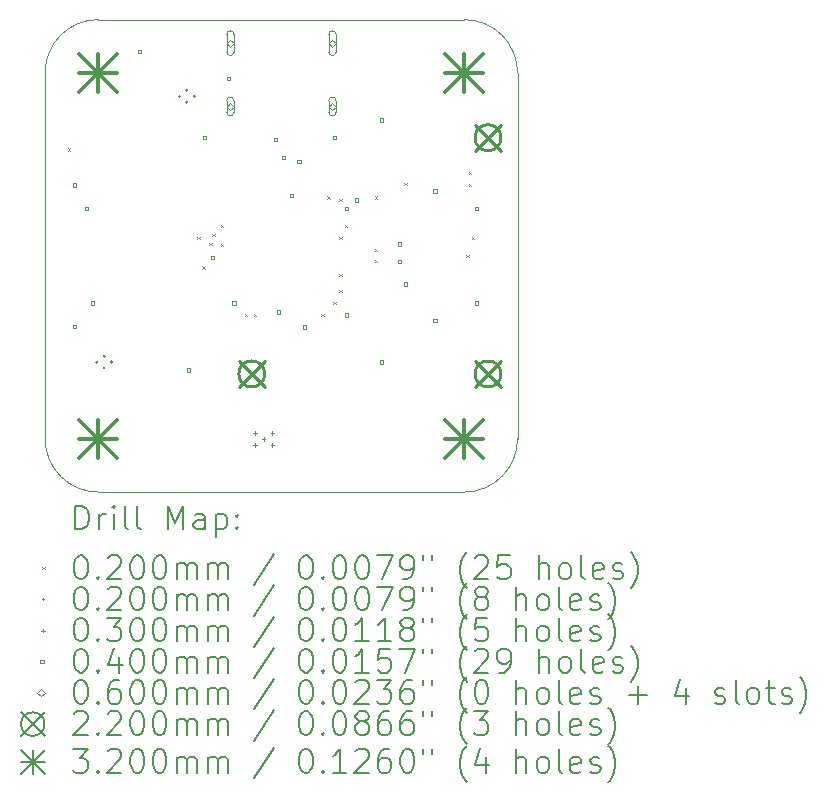
<source format=gbr>
%TF.GenerationSoftware,KiCad,Pcbnew,7.0.11*%
%TF.CreationDate,2024-05-10T14:22:36-04:00*%
%TF.ProjectId,stepper-interface,73746570-7065-4722-9d69-6e7465726661,1.0*%
%TF.SameCoordinates,Original*%
%TF.FileFunction,Drillmap*%
%TF.FilePolarity,Positive*%
%FSLAX45Y45*%
G04 Gerber Fmt 4.5, Leading zero omitted, Abs format (unit mm)*
G04 Created by KiCad (PCBNEW 7.0.11) date 2024-05-10 14:22:36*
%MOMM*%
%LPD*%
G01*
G04 APERTURE LIST*
%ADD10C,0.100000*%
%ADD11C,0.200000*%
%ADD12C,0.220000*%
%ADD13C,0.320000*%
G04 APERTURE END LIST*
D10*
X13240000Y-11710000D02*
X13240000Y-8610000D01*
X17240000Y-8610000D02*
X17240000Y-11710000D01*
X16790000Y-12160000D02*
G75*
G03*
X17240000Y-11710000I0J450000D01*
G01*
X17240000Y-8610000D02*
G75*
G03*
X16790000Y-8160000I-450000J0D01*
G01*
X13240000Y-11710000D02*
G75*
G03*
X13690000Y-12160000I450000J0D01*
G01*
X16790000Y-12160000D02*
X13690000Y-12160000D01*
X13690000Y-8160000D02*
G75*
G03*
X13240000Y-8610000I0J-450000D01*
G01*
X13690000Y-8160000D02*
X16790000Y-8160000D01*
D11*
D10*
X13430000Y-9250000D02*
X13450000Y-9270000D01*
X13450000Y-9250000D02*
X13430000Y-9270000D01*
X14530000Y-10000000D02*
X14550000Y-10020000D01*
X14550000Y-10000000D02*
X14530000Y-10020000D01*
X14571300Y-10248638D02*
X14591300Y-10268638D01*
X14591300Y-10248638D02*
X14571300Y-10268638D01*
X14630000Y-10050000D02*
X14650000Y-10070000D01*
X14650000Y-10050000D02*
X14630000Y-10070000D01*
X14655000Y-9975000D02*
X14675000Y-9995000D01*
X14675000Y-9975000D02*
X14655000Y-9995000D01*
X14730000Y-9900000D02*
X14750000Y-9920000D01*
X14750000Y-9900000D02*
X14730000Y-9920000D01*
X14730000Y-10060000D02*
X14750000Y-10080000D01*
X14750000Y-10060000D02*
X14730000Y-10080000D01*
X14930000Y-10650000D02*
X14950000Y-10670000D01*
X14950000Y-10650000D02*
X14930000Y-10670000D01*
X15005000Y-10650000D02*
X15025000Y-10670000D01*
X15025000Y-10650000D02*
X15005000Y-10670000D01*
X15580000Y-10650000D02*
X15600000Y-10670000D01*
X15600000Y-10650000D02*
X15580000Y-10670000D01*
X15630000Y-9655000D02*
X15650000Y-9675000D01*
X15650000Y-9655000D02*
X15630000Y-9675000D01*
X15680000Y-10550000D02*
X15700000Y-10570000D01*
X15700000Y-10550000D02*
X15680000Y-10570000D01*
X15730000Y-9675774D02*
X15750000Y-9695774D01*
X15750000Y-9675774D02*
X15730000Y-9695774D01*
X15730000Y-10000000D02*
X15750000Y-10020000D01*
X15750000Y-10000000D02*
X15730000Y-10020000D01*
X15730000Y-10313700D02*
X15750000Y-10333700D01*
X15750000Y-10313700D02*
X15730000Y-10333700D01*
X15730000Y-10450000D02*
X15750000Y-10470000D01*
X15750000Y-10450000D02*
X15730000Y-10470000D01*
X15780000Y-9900000D02*
X15800000Y-9920000D01*
X15800000Y-9900000D02*
X15780000Y-9920000D01*
X16030000Y-9655000D02*
X16050000Y-9675000D01*
X16050000Y-9655000D02*
X16030000Y-9675000D01*
X16030000Y-10100000D02*
X16050000Y-10120000D01*
X16050000Y-10100000D02*
X16030000Y-10120000D01*
X16030000Y-10195813D02*
X16050000Y-10215813D01*
X16050000Y-10195813D02*
X16030000Y-10215813D01*
X16280000Y-9540000D02*
X16300000Y-9560000D01*
X16300000Y-9540000D02*
X16280000Y-9560000D01*
X16805000Y-10150000D02*
X16825000Y-10170000D01*
X16825000Y-10150000D02*
X16805000Y-10170000D01*
X16830000Y-9450000D02*
X16850000Y-9470000D01*
X16850000Y-9450000D02*
X16830000Y-9470000D01*
X16830000Y-9550000D02*
X16850000Y-9570000D01*
X16850000Y-9550000D02*
X16830000Y-9570000D01*
X16855000Y-10000000D02*
X16875000Y-10020000D01*
X16875000Y-10000000D02*
X16855000Y-10020000D01*
X13687500Y-11060000D02*
G75*
G03*
X13667500Y-11060000I-10000J0D01*
G01*
X13667500Y-11060000D02*
G75*
G03*
X13687500Y-11060000I10000J0D01*
G01*
X13750000Y-11010000D02*
G75*
G03*
X13730000Y-11010000I-10000J0D01*
G01*
X13730000Y-11010000D02*
G75*
G03*
X13750000Y-11010000I10000J0D01*
G01*
X13750000Y-11110000D02*
G75*
G03*
X13730000Y-11110000I-10000J0D01*
G01*
X13730000Y-11110000D02*
G75*
G03*
X13750000Y-11110000I10000J0D01*
G01*
X13812500Y-11060000D02*
G75*
G03*
X13792500Y-11060000I-10000J0D01*
G01*
X13792500Y-11060000D02*
G75*
G03*
X13812500Y-11060000I10000J0D01*
G01*
X14387500Y-8810000D02*
G75*
G03*
X14367500Y-8810000I-10000J0D01*
G01*
X14367500Y-8810000D02*
G75*
G03*
X14387500Y-8810000I10000J0D01*
G01*
X14450000Y-8760000D02*
G75*
G03*
X14430000Y-8760000I-10000J0D01*
G01*
X14430000Y-8760000D02*
G75*
G03*
X14450000Y-8760000I10000J0D01*
G01*
X14450000Y-8860000D02*
G75*
G03*
X14430000Y-8860000I-10000J0D01*
G01*
X14430000Y-8860000D02*
G75*
G03*
X14450000Y-8860000I10000J0D01*
G01*
X14512500Y-8810000D02*
G75*
G03*
X14492500Y-8810000I-10000J0D01*
G01*
X14492500Y-8810000D02*
G75*
G03*
X14512500Y-8810000I10000J0D01*
G01*
X15015000Y-11645000D02*
X15015000Y-11675000D01*
X15000000Y-11660000D02*
X15030000Y-11660000D01*
X15015000Y-11745000D02*
X15015000Y-11775000D01*
X15000000Y-11760000D02*
X15030000Y-11760000D01*
X15090000Y-11695000D02*
X15090000Y-11725000D01*
X15075000Y-11710000D02*
X15105000Y-11710000D01*
X15165000Y-11645000D02*
X15165000Y-11675000D01*
X15150000Y-11660000D02*
X15180000Y-11660000D01*
X15165000Y-11745000D02*
X15165000Y-11775000D01*
X15150000Y-11760000D02*
X15180000Y-11760000D01*
X13504142Y-9574142D02*
X13504142Y-9545858D01*
X13475858Y-9545858D01*
X13475858Y-9574142D01*
X13504142Y-9574142D01*
X13504142Y-10774142D02*
X13504142Y-10745858D01*
X13475858Y-10745858D01*
X13475858Y-10774142D01*
X13504142Y-10774142D01*
X13604142Y-9774142D02*
X13604142Y-9745858D01*
X13575858Y-9745858D01*
X13575858Y-9774142D01*
X13604142Y-9774142D01*
X13654142Y-10574142D02*
X13654142Y-10545858D01*
X13625858Y-10545858D01*
X13625858Y-10574142D01*
X13654142Y-10574142D01*
X14054142Y-8446642D02*
X14054142Y-8418358D01*
X14025858Y-8418358D01*
X14025858Y-8446642D01*
X14054142Y-8446642D01*
X14466442Y-11141442D02*
X14466442Y-11113158D01*
X14438158Y-11113158D01*
X14438158Y-11141442D01*
X14466442Y-11141442D01*
X14604142Y-9174142D02*
X14604142Y-9145858D01*
X14575858Y-9145858D01*
X14575858Y-9174142D01*
X14604142Y-9174142D01*
X14669942Y-10189942D02*
X14669942Y-10161658D01*
X14641658Y-10161658D01*
X14641658Y-10189942D01*
X14669942Y-10189942D01*
X14804142Y-8674142D02*
X14804142Y-8645858D01*
X14775858Y-8645858D01*
X14775858Y-8674142D01*
X14804142Y-8674142D01*
X14854142Y-10574142D02*
X14854142Y-10545858D01*
X14825858Y-10545858D01*
X14825858Y-10574142D01*
X14854142Y-10574142D01*
X15204142Y-9186842D02*
X15204142Y-9158558D01*
X15175858Y-9158558D01*
X15175858Y-9186842D01*
X15204142Y-9186842D01*
X15229860Y-10648835D02*
X15229860Y-10620550D01*
X15201575Y-10620550D01*
X15201575Y-10648835D01*
X15229860Y-10648835D01*
X15273894Y-9343062D02*
X15273894Y-9314777D01*
X15245609Y-9314777D01*
X15245609Y-9343062D01*
X15273894Y-9343062D01*
X15342625Y-9662625D02*
X15342625Y-9634341D01*
X15314341Y-9634341D01*
X15314341Y-9662625D01*
X15342625Y-9662625D01*
X15404142Y-9374142D02*
X15404142Y-9345858D01*
X15375858Y-9345858D01*
X15375858Y-9374142D01*
X15404142Y-9374142D01*
X15450182Y-10778103D02*
X15450182Y-10749818D01*
X15421897Y-10749818D01*
X15421897Y-10778103D01*
X15450182Y-10778103D01*
X15704142Y-9174142D02*
X15704142Y-9145858D01*
X15675858Y-9145858D01*
X15675858Y-9174142D01*
X15704142Y-9174142D01*
X15804142Y-9774142D02*
X15804142Y-9745858D01*
X15775858Y-9745858D01*
X15775858Y-9774142D01*
X15804142Y-9774142D01*
X15804142Y-10674142D02*
X15804142Y-10645858D01*
X15775858Y-10645858D01*
X15775858Y-10674142D01*
X15804142Y-10674142D01*
X15891442Y-9701842D02*
X15891442Y-9673558D01*
X15863158Y-9673558D01*
X15863158Y-9701842D01*
X15891442Y-9701842D01*
X16104142Y-9024142D02*
X16104142Y-8995858D01*
X16075858Y-8995858D01*
X16075858Y-9024142D01*
X16104142Y-9024142D01*
X16104142Y-11074142D02*
X16104142Y-11045858D01*
X16075858Y-11045858D01*
X16075858Y-11074142D01*
X16104142Y-11074142D01*
X16254142Y-10074142D02*
X16254142Y-10045858D01*
X16225858Y-10045858D01*
X16225858Y-10074142D01*
X16254142Y-10074142D01*
X16254142Y-10224142D02*
X16254142Y-10195858D01*
X16225858Y-10195858D01*
X16225858Y-10224142D01*
X16254142Y-10224142D01*
X16304142Y-10411442D02*
X16304142Y-10383158D01*
X16275858Y-10383158D01*
X16275858Y-10411442D01*
X16304142Y-10411442D01*
X16554142Y-9624142D02*
X16554142Y-9595858D01*
X16525858Y-9595858D01*
X16525858Y-9624142D01*
X16554142Y-9624142D01*
X16554142Y-10724142D02*
X16554142Y-10695858D01*
X16525858Y-10695858D01*
X16525858Y-10724142D01*
X16554142Y-10724142D01*
X16904142Y-9774142D02*
X16904142Y-9745858D01*
X16875858Y-9745858D01*
X16875858Y-9774142D01*
X16904142Y-9774142D01*
X16904142Y-10574142D02*
X16904142Y-10545858D01*
X16875858Y-10545858D01*
X16875858Y-10574142D01*
X16904142Y-10574142D01*
X14808000Y-8390000D02*
X14838000Y-8360000D01*
X14808000Y-8330000D01*
X14778000Y-8360000D01*
X14808000Y-8390000D01*
X14778000Y-8285000D02*
X14778000Y-8435000D01*
X14778000Y-8435000D02*
G75*
G03*
X14838000Y-8435000I30000J0D01*
G01*
X14838000Y-8435000D02*
X14838000Y-8285000D01*
X14838000Y-8285000D02*
G75*
G03*
X14778000Y-8285000I-30000J0D01*
G01*
X14808000Y-8926000D02*
X14838000Y-8896000D01*
X14808000Y-8866000D01*
X14778000Y-8896000D01*
X14808000Y-8926000D01*
X14778000Y-8846000D02*
X14778000Y-8946000D01*
X14778000Y-8946000D02*
G75*
G03*
X14838000Y-8946000I30000J0D01*
G01*
X14838000Y-8946000D02*
X14838000Y-8846000D01*
X14838000Y-8846000D02*
G75*
G03*
X14778000Y-8846000I-30000J0D01*
G01*
X15672000Y-8390000D02*
X15702000Y-8360000D01*
X15672000Y-8330000D01*
X15642000Y-8360000D01*
X15672000Y-8390000D01*
X15642000Y-8285000D02*
X15642000Y-8435000D01*
X15642000Y-8435000D02*
G75*
G03*
X15702000Y-8435000I30000J0D01*
G01*
X15702000Y-8435000D02*
X15702000Y-8285000D01*
X15702000Y-8285000D02*
G75*
G03*
X15642000Y-8285000I-30000J0D01*
G01*
X15672000Y-8926000D02*
X15702000Y-8896000D01*
X15672000Y-8866000D01*
X15642000Y-8896000D01*
X15672000Y-8926000D01*
X15642000Y-8846000D02*
X15642000Y-8946000D01*
X15642000Y-8946000D02*
G75*
G03*
X15702000Y-8946000I30000J0D01*
G01*
X15702000Y-8946000D02*
X15702000Y-8846000D01*
X15702000Y-8846000D02*
G75*
G03*
X15642000Y-8846000I-30000J0D01*
G01*
D12*
X14880000Y-11050000D02*
X15100000Y-11270000D01*
X15100000Y-11050000D02*
X14880000Y-11270000D01*
X15100000Y-11160000D02*
G75*
G03*
X14880000Y-11160000I-110000J0D01*
G01*
X14880000Y-11160000D02*
G75*
G03*
X15100000Y-11160000I110000J0D01*
G01*
X16880000Y-9050000D02*
X17100000Y-9270000D01*
X17100000Y-9050000D02*
X16880000Y-9270000D01*
X17100000Y-9160000D02*
G75*
G03*
X16880000Y-9160000I-110000J0D01*
G01*
X16880000Y-9160000D02*
G75*
G03*
X17100000Y-9160000I110000J0D01*
G01*
X16880000Y-11050000D02*
X17100000Y-11270000D01*
X17100000Y-11050000D02*
X16880000Y-11270000D01*
X17100000Y-11160000D02*
G75*
G03*
X16880000Y-11160000I-110000J0D01*
G01*
X16880000Y-11160000D02*
G75*
G03*
X17100000Y-11160000I110000J0D01*
G01*
D13*
X13530000Y-8450000D02*
X13850000Y-8770000D01*
X13850000Y-8450000D02*
X13530000Y-8770000D01*
X13690000Y-8450000D02*
X13690000Y-8770000D01*
X13530000Y-8610000D02*
X13850000Y-8610000D01*
X13530000Y-11550000D02*
X13850000Y-11870000D01*
X13850000Y-11550000D02*
X13530000Y-11870000D01*
X13690000Y-11550000D02*
X13690000Y-11870000D01*
X13530000Y-11710000D02*
X13850000Y-11710000D01*
X16630000Y-8450000D02*
X16950000Y-8770000D01*
X16950000Y-8450000D02*
X16630000Y-8770000D01*
X16790000Y-8450000D02*
X16790000Y-8770000D01*
X16630000Y-8610000D02*
X16950000Y-8610000D01*
X16630000Y-11550000D02*
X16950000Y-11870000D01*
X16950000Y-11550000D02*
X16630000Y-11870000D01*
X16790000Y-11550000D02*
X16790000Y-11870000D01*
X16630000Y-11710000D02*
X16950000Y-11710000D01*
D11*
X13495777Y-12476484D02*
X13495777Y-12276484D01*
X13495777Y-12276484D02*
X13543396Y-12276484D01*
X13543396Y-12276484D02*
X13571967Y-12286008D01*
X13571967Y-12286008D02*
X13591015Y-12305055D01*
X13591015Y-12305055D02*
X13600539Y-12324103D01*
X13600539Y-12324103D02*
X13610062Y-12362198D01*
X13610062Y-12362198D02*
X13610062Y-12390769D01*
X13610062Y-12390769D02*
X13600539Y-12428865D01*
X13600539Y-12428865D02*
X13591015Y-12447912D01*
X13591015Y-12447912D02*
X13571967Y-12466960D01*
X13571967Y-12466960D02*
X13543396Y-12476484D01*
X13543396Y-12476484D02*
X13495777Y-12476484D01*
X13695777Y-12476484D02*
X13695777Y-12343150D01*
X13695777Y-12381246D02*
X13705301Y-12362198D01*
X13705301Y-12362198D02*
X13714824Y-12352674D01*
X13714824Y-12352674D02*
X13733872Y-12343150D01*
X13733872Y-12343150D02*
X13752920Y-12343150D01*
X13819586Y-12476484D02*
X13819586Y-12343150D01*
X13819586Y-12276484D02*
X13810062Y-12286008D01*
X13810062Y-12286008D02*
X13819586Y-12295531D01*
X13819586Y-12295531D02*
X13829110Y-12286008D01*
X13829110Y-12286008D02*
X13819586Y-12276484D01*
X13819586Y-12276484D02*
X13819586Y-12295531D01*
X13943396Y-12476484D02*
X13924348Y-12466960D01*
X13924348Y-12466960D02*
X13914824Y-12447912D01*
X13914824Y-12447912D02*
X13914824Y-12276484D01*
X14048158Y-12476484D02*
X14029110Y-12466960D01*
X14029110Y-12466960D02*
X14019586Y-12447912D01*
X14019586Y-12447912D02*
X14019586Y-12276484D01*
X14276729Y-12476484D02*
X14276729Y-12276484D01*
X14276729Y-12276484D02*
X14343396Y-12419341D01*
X14343396Y-12419341D02*
X14410062Y-12276484D01*
X14410062Y-12276484D02*
X14410062Y-12476484D01*
X14591015Y-12476484D02*
X14591015Y-12371722D01*
X14591015Y-12371722D02*
X14581491Y-12352674D01*
X14581491Y-12352674D02*
X14562443Y-12343150D01*
X14562443Y-12343150D02*
X14524348Y-12343150D01*
X14524348Y-12343150D02*
X14505301Y-12352674D01*
X14591015Y-12466960D02*
X14571967Y-12476484D01*
X14571967Y-12476484D02*
X14524348Y-12476484D01*
X14524348Y-12476484D02*
X14505301Y-12466960D01*
X14505301Y-12466960D02*
X14495777Y-12447912D01*
X14495777Y-12447912D02*
X14495777Y-12428865D01*
X14495777Y-12428865D02*
X14505301Y-12409817D01*
X14505301Y-12409817D02*
X14524348Y-12400293D01*
X14524348Y-12400293D02*
X14571967Y-12400293D01*
X14571967Y-12400293D02*
X14591015Y-12390769D01*
X14686253Y-12343150D02*
X14686253Y-12543150D01*
X14686253Y-12352674D02*
X14705301Y-12343150D01*
X14705301Y-12343150D02*
X14743396Y-12343150D01*
X14743396Y-12343150D02*
X14762443Y-12352674D01*
X14762443Y-12352674D02*
X14771967Y-12362198D01*
X14771967Y-12362198D02*
X14781491Y-12381246D01*
X14781491Y-12381246D02*
X14781491Y-12438388D01*
X14781491Y-12438388D02*
X14771967Y-12457436D01*
X14771967Y-12457436D02*
X14762443Y-12466960D01*
X14762443Y-12466960D02*
X14743396Y-12476484D01*
X14743396Y-12476484D02*
X14705301Y-12476484D01*
X14705301Y-12476484D02*
X14686253Y-12466960D01*
X14867205Y-12457436D02*
X14876729Y-12466960D01*
X14876729Y-12466960D02*
X14867205Y-12476484D01*
X14867205Y-12476484D02*
X14857682Y-12466960D01*
X14857682Y-12466960D02*
X14867205Y-12457436D01*
X14867205Y-12457436D02*
X14867205Y-12476484D01*
X14867205Y-12352674D02*
X14876729Y-12362198D01*
X14876729Y-12362198D02*
X14867205Y-12371722D01*
X14867205Y-12371722D02*
X14857682Y-12362198D01*
X14857682Y-12362198D02*
X14867205Y-12352674D01*
X14867205Y-12352674D02*
X14867205Y-12371722D01*
D10*
X13215000Y-12795000D02*
X13235000Y-12815000D01*
X13235000Y-12795000D02*
X13215000Y-12815000D01*
D11*
X13533872Y-12696484D02*
X13552920Y-12696484D01*
X13552920Y-12696484D02*
X13571967Y-12706008D01*
X13571967Y-12706008D02*
X13581491Y-12715531D01*
X13581491Y-12715531D02*
X13591015Y-12734579D01*
X13591015Y-12734579D02*
X13600539Y-12772674D01*
X13600539Y-12772674D02*
X13600539Y-12820293D01*
X13600539Y-12820293D02*
X13591015Y-12858388D01*
X13591015Y-12858388D02*
X13581491Y-12877436D01*
X13581491Y-12877436D02*
X13571967Y-12886960D01*
X13571967Y-12886960D02*
X13552920Y-12896484D01*
X13552920Y-12896484D02*
X13533872Y-12896484D01*
X13533872Y-12896484D02*
X13514824Y-12886960D01*
X13514824Y-12886960D02*
X13505301Y-12877436D01*
X13505301Y-12877436D02*
X13495777Y-12858388D01*
X13495777Y-12858388D02*
X13486253Y-12820293D01*
X13486253Y-12820293D02*
X13486253Y-12772674D01*
X13486253Y-12772674D02*
X13495777Y-12734579D01*
X13495777Y-12734579D02*
X13505301Y-12715531D01*
X13505301Y-12715531D02*
X13514824Y-12706008D01*
X13514824Y-12706008D02*
X13533872Y-12696484D01*
X13686253Y-12877436D02*
X13695777Y-12886960D01*
X13695777Y-12886960D02*
X13686253Y-12896484D01*
X13686253Y-12896484D02*
X13676729Y-12886960D01*
X13676729Y-12886960D02*
X13686253Y-12877436D01*
X13686253Y-12877436D02*
X13686253Y-12896484D01*
X13771967Y-12715531D02*
X13781491Y-12706008D01*
X13781491Y-12706008D02*
X13800539Y-12696484D01*
X13800539Y-12696484D02*
X13848158Y-12696484D01*
X13848158Y-12696484D02*
X13867205Y-12706008D01*
X13867205Y-12706008D02*
X13876729Y-12715531D01*
X13876729Y-12715531D02*
X13886253Y-12734579D01*
X13886253Y-12734579D02*
X13886253Y-12753627D01*
X13886253Y-12753627D02*
X13876729Y-12782198D01*
X13876729Y-12782198D02*
X13762443Y-12896484D01*
X13762443Y-12896484D02*
X13886253Y-12896484D01*
X14010062Y-12696484D02*
X14029110Y-12696484D01*
X14029110Y-12696484D02*
X14048158Y-12706008D01*
X14048158Y-12706008D02*
X14057682Y-12715531D01*
X14057682Y-12715531D02*
X14067205Y-12734579D01*
X14067205Y-12734579D02*
X14076729Y-12772674D01*
X14076729Y-12772674D02*
X14076729Y-12820293D01*
X14076729Y-12820293D02*
X14067205Y-12858388D01*
X14067205Y-12858388D02*
X14057682Y-12877436D01*
X14057682Y-12877436D02*
X14048158Y-12886960D01*
X14048158Y-12886960D02*
X14029110Y-12896484D01*
X14029110Y-12896484D02*
X14010062Y-12896484D01*
X14010062Y-12896484D02*
X13991015Y-12886960D01*
X13991015Y-12886960D02*
X13981491Y-12877436D01*
X13981491Y-12877436D02*
X13971967Y-12858388D01*
X13971967Y-12858388D02*
X13962443Y-12820293D01*
X13962443Y-12820293D02*
X13962443Y-12772674D01*
X13962443Y-12772674D02*
X13971967Y-12734579D01*
X13971967Y-12734579D02*
X13981491Y-12715531D01*
X13981491Y-12715531D02*
X13991015Y-12706008D01*
X13991015Y-12706008D02*
X14010062Y-12696484D01*
X14200539Y-12696484D02*
X14219586Y-12696484D01*
X14219586Y-12696484D02*
X14238634Y-12706008D01*
X14238634Y-12706008D02*
X14248158Y-12715531D01*
X14248158Y-12715531D02*
X14257682Y-12734579D01*
X14257682Y-12734579D02*
X14267205Y-12772674D01*
X14267205Y-12772674D02*
X14267205Y-12820293D01*
X14267205Y-12820293D02*
X14257682Y-12858388D01*
X14257682Y-12858388D02*
X14248158Y-12877436D01*
X14248158Y-12877436D02*
X14238634Y-12886960D01*
X14238634Y-12886960D02*
X14219586Y-12896484D01*
X14219586Y-12896484D02*
X14200539Y-12896484D01*
X14200539Y-12896484D02*
X14181491Y-12886960D01*
X14181491Y-12886960D02*
X14171967Y-12877436D01*
X14171967Y-12877436D02*
X14162443Y-12858388D01*
X14162443Y-12858388D02*
X14152920Y-12820293D01*
X14152920Y-12820293D02*
X14152920Y-12772674D01*
X14152920Y-12772674D02*
X14162443Y-12734579D01*
X14162443Y-12734579D02*
X14171967Y-12715531D01*
X14171967Y-12715531D02*
X14181491Y-12706008D01*
X14181491Y-12706008D02*
X14200539Y-12696484D01*
X14352920Y-12896484D02*
X14352920Y-12763150D01*
X14352920Y-12782198D02*
X14362443Y-12772674D01*
X14362443Y-12772674D02*
X14381491Y-12763150D01*
X14381491Y-12763150D02*
X14410063Y-12763150D01*
X14410063Y-12763150D02*
X14429110Y-12772674D01*
X14429110Y-12772674D02*
X14438634Y-12791722D01*
X14438634Y-12791722D02*
X14438634Y-12896484D01*
X14438634Y-12791722D02*
X14448158Y-12772674D01*
X14448158Y-12772674D02*
X14467205Y-12763150D01*
X14467205Y-12763150D02*
X14495777Y-12763150D01*
X14495777Y-12763150D02*
X14514824Y-12772674D01*
X14514824Y-12772674D02*
X14524348Y-12791722D01*
X14524348Y-12791722D02*
X14524348Y-12896484D01*
X14619586Y-12896484D02*
X14619586Y-12763150D01*
X14619586Y-12782198D02*
X14629110Y-12772674D01*
X14629110Y-12772674D02*
X14648158Y-12763150D01*
X14648158Y-12763150D02*
X14676729Y-12763150D01*
X14676729Y-12763150D02*
X14695777Y-12772674D01*
X14695777Y-12772674D02*
X14705301Y-12791722D01*
X14705301Y-12791722D02*
X14705301Y-12896484D01*
X14705301Y-12791722D02*
X14714824Y-12772674D01*
X14714824Y-12772674D02*
X14733872Y-12763150D01*
X14733872Y-12763150D02*
X14762443Y-12763150D01*
X14762443Y-12763150D02*
X14781491Y-12772674D01*
X14781491Y-12772674D02*
X14791015Y-12791722D01*
X14791015Y-12791722D02*
X14791015Y-12896484D01*
X15181491Y-12686960D02*
X15010063Y-12944103D01*
X15438634Y-12696484D02*
X15457682Y-12696484D01*
X15457682Y-12696484D02*
X15476729Y-12706008D01*
X15476729Y-12706008D02*
X15486253Y-12715531D01*
X15486253Y-12715531D02*
X15495777Y-12734579D01*
X15495777Y-12734579D02*
X15505301Y-12772674D01*
X15505301Y-12772674D02*
X15505301Y-12820293D01*
X15505301Y-12820293D02*
X15495777Y-12858388D01*
X15495777Y-12858388D02*
X15486253Y-12877436D01*
X15486253Y-12877436D02*
X15476729Y-12886960D01*
X15476729Y-12886960D02*
X15457682Y-12896484D01*
X15457682Y-12896484D02*
X15438634Y-12896484D01*
X15438634Y-12896484D02*
X15419586Y-12886960D01*
X15419586Y-12886960D02*
X15410063Y-12877436D01*
X15410063Y-12877436D02*
X15400539Y-12858388D01*
X15400539Y-12858388D02*
X15391015Y-12820293D01*
X15391015Y-12820293D02*
X15391015Y-12772674D01*
X15391015Y-12772674D02*
X15400539Y-12734579D01*
X15400539Y-12734579D02*
X15410063Y-12715531D01*
X15410063Y-12715531D02*
X15419586Y-12706008D01*
X15419586Y-12706008D02*
X15438634Y-12696484D01*
X15591015Y-12877436D02*
X15600539Y-12886960D01*
X15600539Y-12886960D02*
X15591015Y-12896484D01*
X15591015Y-12896484D02*
X15581491Y-12886960D01*
X15581491Y-12886960D02*
X15591015Y-12877436D01*
X15591015Y-12877436D02*
X15591015Y-12896484D01*
X15724348Y-12696484D02*
X15743396Y-12696484D01*
X15743396Y-12696484D02*
X15762444Y-12706008D01*
X15762444Y-12706008D02*
X15771967Y-12715531D01*
X15771967Y-12715531D02*
X15781491Y-12734579D01*
X15781491Y-12734579D02*
X15791015Y-12772674D01*
X15791015Y-12772674D02*
X15791015Y-12820293D01*
X15791015Y-12820293D02*
X15781491Y-12858388D01*
X15781491Y-12858388D02*
X15771967Y-12877436D01*
X15771967Y-12877436D02*
X15762444Y-12886960D01*
X15762444Y-12886960D02*
X15743396Y-12896484D01*
X15743396Y-12896484D02*
X15724348Y-12896484D01*
X15724348Y-12896484D02*
X15705301Y-12886960D01*
X15705301Y-12886960D02*
X15695777Y-12877436D01*
X15695777Y-12877436D02*
X15686253Y-12858388D01*
X15686253Y-12858388D02*
X15676729Y-12820293D01*
X15676729Y-12820293D02*
X15676729Y-12772674D01*
X15676729Y-12772674D02*
X15686253Y-12734579D01*
X15686253Y-12734579D02*
X15695777Y-12715531D01*
X15695777Y-12715531D02*
X15705301Y-12706008D01*
X15705301Y-12706008D02*
X15724348Y-12696484D01*
X15914825Y-12696484D02*
X15933872Y-12696484D01*
X15933872Y-12696484D02*
X15952920Y-12706008D01*
X15952920Y-12706008D02*
X15962444Y-12715531D01*
X15962444Y-12715531D02*
X15971967Y-12734579D01*
X15971967Y-12734579D02*
X15981491Y-12772674D01*
X15981491Y-12772674D02*
X15981491Y-12820293D01*
X15981491Y-12820293D02*
X15971967Y-12858388D01*
X15971967Y-12858388D02*
X15962444Y-12877436D01*
X15962444Y-12877436D02*
X15952920Y-12886960D01*
X15952920Y-12886960D02*
X15933872Y-12896484D01*
X15933872Y-12896484D02*
X15914825Y-12896484D01*
X15914825Y-12896484D02*
X15895777Y-12886960D01*
X15895777Y-12886960D02*
X15886253Y-12877436D01*
X15886253Y-12877436D02*
X15876729Y-12858388D01*
X15876729Y-12858388D02*
X15867206Y-12820293D01*
X15867206Y-12820293D02*
X15867206Y-12772674D01*
X15867206Y-12772674D02*
X15876729Y-12734579D01*
X15876729Y-12734579D02*
X15886253Y-12715531D01*
X15886253Y-12715531D02*
X15895777Y-12706008D01*
X15895777Y-12706008D02*
X15914825Y-12696484D01*
X16048158Y-12696484D02*
X16181491Y-12696484D01*
X16181491Y-12696484D02*
X16095777Y-12896484D01*
X16267206Y-12896484D02*
X16305301Y-12896484D01*
X16305301Y-12896484D02*
X16324348Y-12886960D01*
X16324348Y-12886960D02*
X16333872Y-12877436D01*
X16333872Y-12877436D02*
X16352920Y-12848865D01*
X16352920Y-12848865D02*
X16362444Y-12810769D01*
X16362444Y-12810769D02*
X16362444Y-12734579D01*
X16362444Y-12734579D02*
X16352920Y-12715531D01*
X16352920Y-12715531D02*
X16343396Y-12706008D01*
X16343396Y-12706008D02*
X16324348Y-12696484D01*
X16324348Y-12696484D02*
X16286253Y-12696484D01*
X16286253Y-12696484D02*
X16267206Y-12706008D01*
X16267206Y-12706008D02*
X16257682Y-12715531D01*
X16257682Y-12715531D02*
X16248158Y-12734579D01*
X16248158Y-12734579D02*
X16248158Y-12782198D01*
X16248158Y-12782198D02*
X16257682Y-12801246D01*
X16257682Y-12801246D02*
X16267206Y-12810769D01*
X16267206Y-12810769D02*
X16286253Y-12820293D01*
X16286253Y-12820293D02*
X16324348Y-12820293D01*
X16324348Y-12820293D02*
X16343396Y-12810769D01*
X16343396Y-12810769D02*
X16352920Y-12801246D01*
X16352920Y-12801246D02*
X16362444Y-12782198D01*
X16438634Y-12696484D02*
X16438634Y-12734579D01*
X16514825Y-12696484D02*
X16514825Y-12734579D01*
X16810063Y-12972674D02*
X16800539Y-12963150D01*
X16800539Y-12963150D02*
X16781491Y-12934579D01*
X16781491Y-12934579D02*
X16771968Y-12915531D01*
X16771968Y-12915531D02*
X16762444Y-12886960D01*
X16762444Y-12886960D02*
X16752920Y-12839341D01*
X16752920Y-12839341D02*
X16752920Y-12801246D01*
X16752920Y-12801246D02*
X16762444Y-12753627D01*
X16762444Y-12753627D02*
X16771968Y-12725055D01*
X16771968Y-12725055D02*
X16781491Y-12706008D01*
X16781491Y-12706008D02*
X16800539Y-12677436D01*
X16800539Y-12677436D02*
X16810063Y-12667912D01*
X16876730Y-12715531D02*
X16886253Y-12706008D01*
X16886253Y-12706008D02*
X16905301Y-12696484D01*
X16905301Y-12696484D02*
X16952920Y-12696484D01*
X16952920Y-12696484D02*
X16971968Y-12706008D01*
X16971968Y-12706008D02*
X16981491Y-12715531D01*
X16981491Y-12715531D02*
X16991015Y-12734579D01*
X16991015Y-12734579D02*
X16991015Y-12753627D01*
X16991015Y-12753627D02*
X16981491Y-12782198D01*
X16981491Y-12782198D02*
X16867206Y-12896484D01*
X16867206Y-12896484D02*
X16991015Y-12896484D01*
X17171968Y-12696484D02*
X17076730Y-12696484D01*
X17076730Y-12696484D02*
X17067206Y-12791722D01*
X17067206Y-12791722D02*
X17076730Y-12782198D01*
X17076730Y-12782198D02*
X17095777Y-12772674D01*
X17095777Y-12772674D02*
X17143396Y-12772674D01*
X17143396Y-12772674D02*
X17162444Y-12782198D01*
X17162444Y-12782198D02*
X17171968Y-12791722D01*
X17171968Y-12791722D02*
X17181491Y-12810769D01*
X17181491Y-12810769D02*
X17181491Y-12858388D01*
X17181491Y-12858388D02*
X17171968Y-12877436D01*
X17171968Y-12877436D02*
X17162444Y-12886960D01*
X17162444Y-12886960D02*
X17143396Y-12896484D01*
X17143396Y-12896484D02*
X17095777Y-12896484D01*
X17095777Y-12896484D02*
X17076730Y-12886960D01*
X17076730Y-12886960D02*
X17067206Y-12877436D01*
X17419587Y-12896484D02*
X17419587Y-12696484D01*
X17505301Y-12896484D02*
X17505301Y-12791722D01*
X17505301Y-12791722D02*
X17495777Y-12772674D01*
X17495777Y-12772674D02*
X17476730Y-12763150D01*
X17476730Y-12763150D02*
X17448158Y-12763150D01*
X17448158Y-12763150D02*
X17429111Y-12772674D01*
X17429111Y-12772674D02*
X17419587Y-12782198D01*
X17629111Y-12896484D02*
X17610063Y-12886960D01*
X17610063Y-12886960D02*
X17600539Y-12877436D01*
X17600539Y-12877436D02*
X17591015Y-12858388D01*
X17591015Y-12858388D02*
X17591015Y-12801246D01*
X17591015Y-12801246D02*
X17600539Y-12782198D01*
X17600539Y-12782198D02*
X17610063Y-12772674D01*
X17610063Y-12772674D02*
X17629111Y-12763150D01*
X17629111Y-12763150D02*
X17657682Y-12763150D01*
X17657682Y-12763150D02*
X17676730Y-12772674D01*
X17676730Y-12772674D02*
X17686253Y-12782198D01*
X17686253Y-12782198D02*
X17695777Y-12801246D01*
X17695777Y-12801246D02*
X17695777Y-12858388D01*
X17695777Y-12858388D02*
X17686253Y-12877436D01*
X17686253Y-12877436D02*
X17676730Y-12886960D01*
X17676730Y-12886960D02*
X17657682Y-12896484D01*
X17657682Y-12896484D02*
X17629111Y-12896484D01*
X17810063Y-12896484D02*
X17791015Y-12886960D01*
X17791015Y-12886960D02*
X17781492Y-12867912D01*
X17781492Y-12867912D02*
X17781492Y-12696484D01*
X17962444Y-12886960D02*
X17943396Y-12896484D01*
X17943396Y-12896484D02*
X17905301Y-12896484D01*
X17905301Y-12896484D02*
X17886253Y-12886960D01*
X17886253Y-12886960D02*
X17876730Y-12867912D01*
X17876730Y-12867912D02*
X17876730Y-12791722D01*
X17876730Y-12791722D02*
X17886253Y-12772674D01*
X17886253Y-12772674D02*
X17905301Y-12763150D01*
X17905301Y-12763150D02*
X17943396Y-12763150D01*
X17943396Y-12763150D02*
X17962444Y-12772674D01*
X17962444Y-12772674D02*
X17971968Y-12791722D01*
X17971968Y-12791722D02*
X17971968Y-12810769D01*
X17971968Y-12810769D02*
X17876730Y-12829817D01*
X18048158Y-12886960D02*
X18067206Y-12896484D01*
X18067206Y-12896484D02*
X18105301Y-12896484D01*
X18105301Y-12896484D02*
X18124349Y-12886960D01*
X18124349Y-12886960D02*
X18133873Y-12867912D01*
X18133873Y-12867912D02*
X18133873Y-12858388D01*
X18133873Y-12858388D02*
X18124349Y-12839341D01*
X18124349Y-12839341D02*
X18105301Y-12829817D01*
X18105301Y-12829817D02*
X18076730Y-12829817D01*
X18076730Y-12829817D02*
X18057682Y-12820293D01*
X18057682Y-12820293D02*
X18048158Y-12801246D01*
X18048158Y-12801246D02*
X18048158Y-12791722D01*
X18048158Y-12791722D02*
X18057682Y-12772674D01*
X18057682Y-12772674D02*
X18076730Y-12763150D01*
X18076730Y-12763150D02*
X18105301Y-12763150D01*
X18105301Y-12763150D02*
X18124349Y-12772674D01*
X18200539Y-12972674D02*
X18210063Y-12963150D01*
X18210063Y-12963150D02*
X18229111Y-12934579D01*
X18229111Y-12934579D02*
X18238634Y-12915531D01*
X18238634Y-12915531D02*
X18248158Y-12886960D01*
X18248158Y-12886960D02*
X18257682Y-12839341D01*
X18257682Y-12839341D02*
X18257682Y-12801246D01*
X18257682Y-12801246D02*
X18248158Y-12753627D01*
X18248158Y-12753627D02*
X18238634Y-12725055D01*
X18238634Y-12725055D02*
X18229111Y-12706008D01*
X18229111Y-12706008D02*
X18210063Y-12677436D01*
X18210063Y-12677436D02*
X18200539Y-12667912D01*
D10*
X13235000Y-13069000D02*
G75*
G03*
X13215000Y-13069000I-10000J0D01*
G01*
X13215000Y-13069000D02*
G75*
G03*
X13235000Y-13069000I10000J0D01*
G01*
D11*
X13533872Y-12960484D02*
X13552920Y-12960484D01*
X13552920Y-12960484D02*
X13571967Y-12970008D01*
X13571967Y-12970008D02*
X13581491Y-12979531D01*
X13581491Y-12979531D02*
X13591015Y-12998579D01*
X13591015Y-12998579D02*
X13600539Y-13036674D01*
X13600539Y-13036674D02*
X13600539Y-13084293D01*
X13600539Y-13084293D02*
X13591015Y-13122388D01*
X13591015Y-13122388D02*
X13581491Y-13141436D01*
X13581491Y-13141436D02*
X13571967Y-13150960D01*
X13571967Y-13150960D02*
X13552920Y-13160484D01*
X13552920Y-13160484D02*
X13533872Y-13160484D01*
X13533872Y-13160484D02*
X13514824Y-13150960D01*
X13514824Y-13150960D02*
X13505301Y-13141436D01*
X13505301Y-13141436D02*
X13495777Y-13122388D01*
X13495777Y-13122388D02*
X13486253Y-13084293D01*
X13486253Y-13084293D02*
X13486253Y-13036674D01*
X13486253Y-13036674D02*
X13495777Y-12998579D01*
X13495777Y-12998579D02*
X13505301Y-12979531D01*
X13505301Y-12979531D02*
X13514824Y-12970008D01*
X13514824Y-12970008D02*
X13533872Y-12960484D01*
X13686253Y-13141436D02*
X13695777Y-13150960D01*
X13695777Y-13150960D02*
X13686253Y-13160484D01*
X13686253Y-13160484D02*
X13676729Y-13150960D01*
X13676729Y-13150960D02*
X13686253Y-13141436D01*
X13686253Y-13141436D02*
X13686253Y-13160484D01*
X13771967Y-12979531D02*
X13781491Y-12970008D01*
X13781491Y-12970008D02*
X13800539Y-12960484D01*
X13800539Y-12960484D02*
X13848158Y-12960484D01*
X13848158Y-12960484D02*
X13867205Y-12970008D01*
X13867205Y-12970008D02*
X13876729Y-12979531D01*
X13876729Y-12979531D02*
X13886253Y-12998579D01*
X13886253Y-12998579D02*
X13886253Y-13017627D01*
X13886253Y-13017627D02*
X13876729Y-13046198D01*
X13876729Y-13046198D02*
X13762443Y-13160484D01*
X13762443Y-13160484D02*
X13886253Y-13160484D01*
X14010062Y-12960484D02*
X14029110Y-12960484D01*
X14029110Y-12960484D02*
X14048158Y-12970008D01*
X14048158Y-12970008D02*
X14057682Y-12979531D01*
X14057682Y-12979531D02*
X14067205Y-12998579D01*
X14067205Y-12998579D02*
X14076729Y-13036674D01*
X14076729Y-13036674D02*
X14076729Y-13084293D01*
X14076729Y-13084293D02*
X14067205Y-13122388D01*
X14067205Y-13122388D02*
X14057682Y-13141436D01*
X14057682Y-13141436D02*
X14048158Y-13150960D01*
X14048158Y-13150960D02*
X14029110Y-13160484D01*
X14029110Y-13160484D02*
X14010062Y-13160484D01*
X14010062Y-13160484D02*
X13991015Y-13150960D01*
X13991015Y-13150960D02*
X13981491Y-13141436D01*
X13981491Y-13141436D02*
X13971967Y-13122388D01*
X13971967Y-13122388D02*
X13962443Y-13084293D01*
X13962443Y-13084293D02*
X13962443Y-13036674D01*
X13962443Y-13036674D02*
X13971967Y-12998579D01*
X13971967Y-12998579D02*
X13981491Y-12979531D01*
X13981491Y-12979531D02*
X13991015Y-12970008D01*
X13991015Y-12970008D02*
X14010062Y-12960484D01*
X14200539Y-12960484D02*
X14219586Y-12960484D01*
X14219586Y-12960484D02*
X14238634Y-12970008D01*
X14238634Y-12970008D02*
X14248158Y-12979531D01*
X14248158Y-12979531D02*
X14257682Y-12998579D01*
X14257682Y-12998579D02*
X14267205Y-13036674D01*
X14267205Y-13036674D02*
X14267205Y-13084293D01*
X14267205Y-13084293D02*
X14257682Y-13122388D01*
X14257682Y-13122388D02*
X14248158Y-13141436D01*
X14248158Y-13141436D02*
X14238634Y-13150960D01*
X14238634Y-13150960D02*
X14219586Y-13160484D01*
X14219586Y-13160484D02*
X14200539Y-13160484D01*
X14200539Y-13160484D02*
X14181491Y-13150960D01*
X14181491Y-13150960D02*
X14171967Y-13141436D01*
X14171967Y-13141436D02*
X14162443Y-13122388D01*
X14162443Y-13122388D02*
X14152920Y-13084293D01*
X14152920Y-13084293D02*
X14152920Y-13036674D01*
X14152920Y-13036674D02*
X14162443Y-12998579D01*
X14162443Y-12998579D02*
X14171967Y-12979531D01*
X14171967Y-12979531D02*
X14181491Y-12970008D01*
X14181491Y-12970008D02*
X14200539Y-12960484D01*
X14352920Y-13160484D02*
X14352920Y-13027150D01*
X14352920Y-13046198D02*
X14362443Y-13036674D01*
X14362443Y-13036674D02*
X14381491Y-13027150D01*
X14381491Y-13027150D02*
X14410063Y-13027150D01*
X14410063Y-13027150D02*
X14429110Y-13036674D01*
X14429110Y-13036674D02*
X14438634Y-13055722D01*
X14438634Y-13055722D02*
X14438634Y-13160484D01*
X14438634Y-13055722D02*
X14448158Y-13036674D01*
X14448158Y-13036674D02*
X14467205Y-13027150D01*
X14467205Y-13027150D02*
X14495777Y-13027150D01*
X14495777Y-13027150D02*
X14514824Y-13036674D01*
X14514824Y-13036674D02*
X14524348Y-13055722D01*
X14524348Y-13055722D02*
X14524348Y-13160484D01*
X14619586Y-13160484D02*
X14619586Y-13027150D01*
X14619586Y-13046198D02*
X14629110Y-13036674D01*
X14629110Y-13036674D02*
X14648158Y-13027150D01*
X14648158Y-13027150D02*
X14676729Y-13027150D01*
X14676729Y-13027150D02*
X14695777Y-13036674D01*
X14695777Y-13036674D02*
X14705301Y-13055722D01*
X14705301Y-13055722D02*
X14705301Y-13160484D01*
X14705301Y-13055722D02*
X14714824Y-13036674D01*
X14714824Y-13036674D02*
X14733872Y-13027150D01*
X14733872Y-13027150D02*
X14762443Y-13027150D01*
X14762443Y-13027150D02*
X14781491Y-13036674D01*
X14781491Y-13036674D02*
X14791015Y-13055722D01*
X14791015Y-13055722D02*
X14791015Y-13160484D01*
X15181491Y-12950960D02*
X15010063Y-13208103D01*
X15438634Y-12960484D02*
X15457682Y-12960484D01*
X15457682Y-12960484D02*
X15476729Y-12970008D01*
X15476729Y-12970008D02*
X15486253Y-12979531D01*
X15486253Y-12979531D02*
X15495777Y-12998579D01*
X15495777Y-12998579D02*
X15505301Y-13036674D01*
X15505301Y-13036674D02*
X15505301Y-13084293D01*
X15505301Y-13084293D02*
X15495777Y-13122388D01*
X15495777Y-13122388D02*
X15486253Y-13141436D01*
X15486253Y-13141436D02*
X15476729Y-13150960D01*
X15476729Y-13150960D02*
X15457682Y-13160484D01*
X15457682Y-13160484D02*
X15438634Y-13160484D01*
X15438634Y-13160484D02*
X15419586Y-13150960D01*
X15419586Y-13150960D02*
X15410063Y-13141436D01*
X15410063Y-13141436D02*
X15400539Y-13122388D01*
X15400539Y-13122388D02*
X15391015Y-13084293D01*
X15391015Y-13084293D02*
X15391015Y-13036674D01*
X15391015Y-13036674D02*
X15400539Y-12998579D01*
X15400539Y-12998579D02*
X15410063Y-12979531D01*
X15410063Y-12979531D02*
X15419586Y-12970008D01*
X15419586Y-12970008D02*
X15438634Y-12960484D01*
X15591015Y-13141436D02*
X15600539Y-13150960D01*
X15600539Y-13150960D02*
X15591015Y-13160484D01*
X15591015Y-13160484D02*
X15581491Y-13150960D01*
X15581491Y-13150960D02*
X15591015Y-13141436D01*
X15591015Y-13141436D02*
X15591015Y-13160484D01*
X15724348Y-12960484D02*
X15743396Y-12960484D01*
X15743396Y-12960484D02*
X15762444Y-12970008D01*
X15762444Y-12970008D02*
X15771967Y-12979531D01*
X15771967Y-12979531D02*
X15781491Y-12998579D01*
X15781491Y-12998579D02*
X15791015Y-13036674D01*
X15791015Y-13036674D02*
X15791015Y-13084293D01*
X15791015Y-13084293D02*
X15781491Y-13122388D01*
X15781491Y-13122388D02*
X15771967Y-13141436D01*
X15771967Y-13141436D02*
X15762444Y-13150960D01*
X15762444Y-13150960D02*
X15743396Y-13160484D01*
X15743396Y-13160484D02*
X15724348Y-13160484D01*
X15724348Y-13160484D02*
X15705301Y-13150960D01*
X15705301Y-13150960D02*
X15695777Y-13141436D01*
X15695777Y-13141436D02*
X15686253Y-13122388D01*
X15686253Y-13122388D02*
X15676729Y-13084293D01*
X15676729Y-13084293D02*
X15676729Y-13036674D01*
X15676729Y-13036674D02*
X15686253Y-12998579D01*
X15686253Y-12998579D02*
X15695777Y-12979531D01*
X15695777Y-12979531D02*
X15705301Y-12970008D01*
X15705301Y-12970008D02*
X15724348Y-12960484D01*
X15914825Y-12960484D02*
X15933872Y-12960484D01*
X15933872Y-12960484D02*
X15952920Y-12970008D01*
X15952920Y-12970008D02*
X15962444Y-12979531D01*
X15962444Y-12979531D02*
X15971967Y-12998579D01*
X15971967Y-12998579D02*
X15981491Y-13036674D01*
X15981491Y-13036674D02*
X15981491Y-13084293D01*
X15981491Y-13084293D02*
X15971967Y-13122388D01*
X15971967Y-13122388D02*
X15962444Y-13141436D01*
X15962444Y-13141436D02*
X15952920Y-13150960D01*
X15952920Y-13150960D02*
X15933872Y-13160484D01*
X15933872Y-13160484D02*
X15914825Y-13160484D01*
X15914825Y-13160484D02*
X15895777Y-13150960D01*
X15895777Y-13150960D02*
X15886253Y-13141436D01*
X15886253Y-13141436D02*
X15876729Y-13122388D01*
X15876729Y-13122388D02*
X15867206Y-13084293D01*
X15867206Y-13084293D02*
X15867206Y-13036674D01*
X15867206Y-13036674D02*
X15876729Y-12998579D01*
X15876729Y-12998579D02*
X15886253Y-12979531D01*
X15886253Y-12979531D02*
X15895777Y-12970008D01*
X15895777Y-12970008D02*
X15914825Y-12960484D01*
X16048158Y-12960484D02*
X16181491Y-12960484D01*
X16181491Y-12960484D02*
X16095777Y-13160484D01*
X16267206Y-13160484D02*
X16305301Y-13160484D01*
X16305301Y-13160484D02*
X16324348Y-13150960D01*
X16324348Y-13150960D02*
X16333872Y-13141436D01*
X16333872Y-13141436D02*
X16352920Y-13112865D01*
X16352920Y-13112865D02*
X16362444Y-13074769D01*
X16362444Y-13074769D02*
X16362444Y-12998579D01*
X16362444Y-12998579D02*
X16352920Y-12979531D01*
X16352920Y-12979531D02*
X16343396Y-12970008D01*
X16343396Y-12970008D02*
X16324348Y-12960484D01*
X16324348Y-12960484D02*
X16286253Y-12960484D01*
X16286253Y-12960484D02*
X16267206Y-12970008D01*
X16267206Y-12970008D02*
X16257682Y-12979531D01*
X16257682Y-12979531D02*
X16248158Y-12998579D01*
X16248158Y-12998579D02*
X16248158Y-13046198D01*
X16248158Y-13046198D02*
X16257682Y-13065246D01*
X16257682Y-13065246D02*
X16267206Y-13074769D01*
X16267206Y-13074769D02*
X16286253Y-13084293D01*
X16286253Y-13084293D02*
X16324348Y-13084293D01*
X16324348Y-13084293D02*
X16343396Y-13074769D01*
X16343396Y-13074769D02*
X16352920Y-13065246D01*
X16352920Y-13065246D02*
X16362444Y-13046198D01*
X16438634Y-12960484D02*
X16438634Y-12998579D01*
X16514825Y-12960484D02*
X16514825Y-12998579D01*
X16810063Y-13236674D02*
X16800539Y-13227150D01*
X16800539Y-13227150D02*
X16781491Y-13198579D01*
X16781491Y-13198579D02*
X16771968Y-13179531D01*
X16771968Y-13179531D02*
X16762444Y-13150960D01*
X16762444Y-13150960D02*
X16752920Y-13103341D01*
X16752920Y-13103341D02*
X16752920Y-13065246D01*
X16752920Y-13065246D02*
X16762444Y-13017627D01*
X16762444Y-13017627D02*
X16771968Y-12989055D01*
X16771968Y-12989055D02*
X16781491Y-12970008D01*
X16781491Y-12970008D02*
X16800539Y-12941436D01*
X16800539Y-12941436D02*
X16810063Y-12931912D01*
X16914825Y-13046198D02*
X16895777Y-13036674D01*
X16895777Y-13036674D02*
X16886253Y-13027150D01*
X16886253Y-13027150D02*
X16876730Y-13008103D01*
X16876730Y-13008103D02*
X16876730Y-12998579D01*
X16876730Y-12998579D02*
X16886253Y-12979531D01*
X16886253Y-12979531D02*
X16895777Y-12970008D01*
X16895777Y-12970008D02*
X16914825Y-12960484D01*
X16914825Y-12960484D02*
X16952920Y-12960484D01*
X16952920Y-12960484D02*
X16971968Y-12970008D01*
X16971968Y-12970008D02*
X16981491Y-12979531D01*
X16981491Y-12979531D02*
X16991015Y-12998579D01*
X16991015Y-12998579D02*
X16991015Y-13008103D01*
X16991015Y-13008103D02*
X16981491Y-13027150D01*
X16981491Y-13027150D02*
X16971968Y-13036674D01*
X16971968Y-13036674D02*
X16952920Y-13046198D01*
X16952920Y-13046198D02*
X16914825Y-13046198D01*
X16914825Y-13046198D02*
X16895777Y-13055722D01*
X16895777Y-13055722D02*
X16886253Y-13065246D01*
X16886253Y-13065246D02*
X16876730Y-13084293D01*
X16876730Y-13084293D02*
X16876730Y-13122388D01*
X16876730Y-13122388D02*
X16886253Y-13141436D01*
X16886253Y-13141436D02*
X16895777Y-13150960D01*
X16895777Y-13150960D02*
X16914825Y-13160484D01*
X16914825Y-13160484D02*
X16952920Y-13160484D01*
X16952920Y-13160484D02*
X16971968Y-13150960D01*
X16971968Y-13150960D02*
X16981491Y-13141436D01*
X16981491Y-13141436D02*
X16991015Y-13122388D01*
X16991015Y-13122388D02*
X16991015Y-13084293D01*
X16991015Y-13084293D02*
X16981491Y-13065246D01*
X16981491Y-13065246D02*
X16971968Y-13055722D01*
X16971968Y-13055722D02*
X16952920Y-13046198D01*
X17229111Y-13160484D02*
X17229111Y-12960484D01*
X17314825Y-13160484D02*
X17314825Y-13055722D01*
X17314825Y-13055722D02*
X17305301Y-13036674D01*
X17305301Y-13036674D02*
X17286253Y-13027150D01*
X17286253Y-13027150D02*
X17257682Y-13027150D01*
X17257682Y-13027150D02*
X17238634Y-13036674D01*
X17238634Y-13036674D02*
X17229111Y-13046198D01*
X17438634Y-13160484D02*
X17419587Y-13150960D01*
X17419587Y-13150960D02*
X17410063Y-13141436D01*
X17410063Y-13141436D02*
X17400539Y-13122388D01*
X17400539Y-13122388D02*
X17400539Y-13065246D01*
X17400539Y-13065246D02*
X17410063Y-13046198D01*
X17410063Y-13046198D02*
X17419587Y-13036674D01*
X17419587Y-13036674D02*
X17438634Y-13027150D01*
X17438634Y-13027150D02*
X17467206Y-13027150D01*
X17467206Y-13027150D02*
X17486253Y-13036674D01*
X17486253Y-13036674D02*
X17495777Y-13046198D01*
X17495777Y-13046198D02*
X17505301Y-13065246D01*
X17505301Y-13065246D02*
X17505301Y-13122388D01*
X17505301Y-13122388D02*
X17495777Y-13141436D01*
X17495777Y-13141436D02*
X17486253Y-13150960D01*
X17486253Y-13150960D02*
X17467206Y-13160484D01*
X17467206Y-13160484D02*
X17438634Y-13160484D01*
X17619587Y-13160484D02*
X17600539Y-13150960D01*
X17600539Y-13150960D02*
X17591015Y-13131912D01*
X17591015Y-13131912D02*
X17591015Y-12960484D01*
X17771968Y-13150960D02*
X17752920Y-13160484D01*
X17752920Y-13160484D02*
X17714825Y-13160484D01*
X17714825Y-13160484D02*
X17695777Y-13150960D01*
X17695777Y-13150960D02*
X17686253Y-13131912D01*
X17686253Y-13131912D02*
X17686253Y-13055722D01*
X17686253Y-13055722D02*
X17695777Y-13036674D01*
X17695777Y-13036674D02*
X17714825Y-13027150D01*
X17714825Y-13027150D02*
X17752920Y-13027150D01*
X17752920Y-13027150D02*
X17771968Y-13036674D01*
X17771968Y-13036674D02*
X17781492Y-13055722D01*
X17781492Y-13055722D02*
X17781492Y-13074769D01*
X17781492Y-13074769D02*
X17686253Y-13093817D01*
X17857682Y-13150960D02*
X17876730Y-13160484D01*
X17876730Y-13160484D02*
X17914825Y-13160484D01*
X17914825Y-13160484D02*
X17933873Y-13150960D01*
X17933873Y-13150960D02*
X17943396Y-13131912D01*
X17943396Y-13131912D02*
X17943396Y-13122388D01*
X17943396Y-13122388D02*
X17933873Y-13103341D01*
X17933873Y-13103341D02*
X17914825Y-13093817D01*
X17914825Y-13093817D02*
X17886253Y-13093817D01*
X17886253Y-13093817D02*
X17867206Y-13084293D01*
X17867206Y-13084293D02*
X17857682Y-13065246D01*
X17857682Y-13065246D02*
X17857682Y-13055722D01*
X17857682Y-13055722D02*
X17867206Y-13036674D01*
X17867206Y-13036674D02*
X17886253Y-13027150D01*
X17886253Y-13027150D02*
X17914825Y-13027150D01*
X17914825Y-13027150D02*
X17933873Y-13036674D01*
X18010063Y-13236674D02*
X18019587Y-13227150D01*
X18019587Y-13227150D02*
X18038634Y-13198579D01*
X18038634Y-13198579D02*
X18048158Y-13179531D01*
X18048158Y-13179531D02*
X18057682Y-13150960D01*
X18057682Y-13150960D02*
X18067206Y-13103341D01*
X18067206Y-13103341D02*
X18067206Y-13065246D01*
X18067206Y-13065246D02*
X18057682Y-13017627D01*
X18057682Y-13017627D02*
X18048158Y-12989055D01*
X18048158Y-12989055D02*
X18038634Y-12970008D01*
X18038634Y-12970008D02*
X18019587Y-12941436D01*
X18019587Y-12941436D02*
X18010063Y-12931912D01*
D10*
X13220000Y-13318000D02*
X13220000Y-13348000D01*
X13205000Y-13333000D02*
X13235000Y-13333000D01*
D11*
X13533872Y-13224484D02*
X13552920Y-13224484D01*
X13552920Y-13224484D02*
X13571967Y-13234008D01*
X13571967Y-13234008D02*
X13581491Y-13243531D01*
X13581491Y-13243531D02*
X13591015Y-13262579D01*
X13591015Y-13262579D02*
X13600539Y-13300674D01*
X13600539Y-13300674D02*
X13600539Y-13348293D01*
X13600539Y-13348293D02*
X13591015Y-13386388D01*
X13591015Y-13386388D02*
X13581491Y-13405436D01*
X13581491Y-13405436D02*
X13571967Y-13414960D01*
X13571967Y-13414960D02*
X13552920Y-13424484D01*
X13552920Y-13424484D02*
X13533872Y-13424484D01*
X13533872Y-13424484D02*
X13514824Y-13414960D01*
X13514824Y-13414960D02*
X13505301Y-13405436D01*
X13505301Y-13405436D02*
X13495777Y-13386388D01*
X13495777Y-13386388D02*
X13486253Y-13348293D01*
X13486253Y-13348293D02*
X13486253Y-13300674D01*
X13486253Y-13300674D02*
X13495777Y-13262579D01*
X13495777Y-13262579D02*
X13505301Y-13243531D01*
X13505301Y-13243531D02*
X13514824Y-13234008D01*
X13514824Y-13234008D02*
X13533872Y-13224484D01*
X13686253Y-13405436D02*
X13695777Y-13414960D01*
X13695777Y-13414960D02*
X13686253Y-13424484D01*
X13686253Y-13424484D02*
X13676729Y-13414960D01*
X13676729Y-13414960D02*
X13686253Y-13405436D01*
X13686253Y-13405436D02*
X13686253Y-13424484D01*
X13762443Y-13224484D02*
X13886253Y-13224484D01*
X13886253Y-13224484D02*
X13819586Y-13300674D01*
X13819586Y-13300674D02*
X13848158Y-13300674D01*
X13848158Y-13300674D02*
X13867205Y-13310198D01*
X13867205Y-13310198D02*
X13876729Y-13319722D01*
X13876729Y-13319722D02*
X13886253Y-13338769D01*
X13886253Y-13338769D02*
X13886253Y-13386388D01*
X13886253Y-13386388D02*
X13876729Y-13405436D01*
X13876729Y-13405436D02*
X13867205Y-13414960D01*
X13867205Y-13414960D02*
X13848158Y-13424484D01*
X13848158Y-13424484D02*
X13791015Y-13424484D01*
X13791015Y-13424484D02*
X13771967Y-13414960D01*
X13771967Y-13414960D02*
X13762443Y-13405436D01*
X14010062Y-13224484D02*
X14029110Y-13224484D01*
X14029110Y-13224484D02*
X14048158Y-13234008D01*
X14048158Y-13234008D02*
X14057682Y-13243531D01*
X14057682Y-13243531D02*
X14067205Y-13262579D01*
X14067205Y-13262579D02*
X14076729Y-13300674D01*
X14076729Y-13300674D02*
X14076729Y-13348293D01*
X14076729Y-13348293D02*
X14067205Y-13386388D01*
X14067205Y-13386388D02*
X14057682Y-13405436D01*
X14057682Y-13405436D02*
X14048158Y-13414960D01*
X14048158Y-13414960D02*
X14029110Y-13424484D01*
X14029110Y-13424484D02*
X14010062Y-13424484D01*
X14010062Y-13424484D02*
X13991015Y-13414960D01*
X13991015Y-13414960D02*
X13981491Y-13405436D01*
X13981491Y-13405436D02*
X13971967Y-13386388D01*
X13971967Y-13386388D02*
X13962443Y-13348293D01*
X13962443Y-13348293D02*
X13962443Y-13300674D01*
X13962443Y-13300674D02*
X13971967Y-13262579D01*
X13971967Y-13262579D02*
X13981491Y-13243531D01*
X13981491Y-13243531D02*
X13991015Y-13234008D01*
X13991015Y-13234008D02*
X14010062Y-13224484D01*
X14200539Y-13224484D02*
X14219586Y-13224484D01*
X14219586Y-13224484D02*
X14238634Y-13234008D01*
X14238634Y-13234008D02*
X14248158Y-13243531D01*
X14248158Y-13243531D02*
X14257682Y-13262579D01*
X14257682Y-13262579D02*
X14267205Y-13300674D01*
X14267205Y-13300674D02*
X14267205Y-13348293D01*
X14267205Y-13348293D02*
X14257682Y-13386388D01*
X14257682Y-13386388D02*
X14248158Y-13405436D01*
X14248158Y-13405436D02*
X14238634Y-13414960D01*
X14238634Y-13414960D02*
X14219586Y-13424484D01*
X14219586Y-13424484D02*
X14200539Y-13424484D01*
X14200539Y-13424484D02*
X14181491Y-13414960D01*
X14181491Y-13414960D02*
X14171967Y-13405436D01*
X14171967Y-13405436D02*
X14162443Y-13386388D01*
X14162443Y-13386388D02*
X14152920Y-13348293D01*
X14152920Y-13348293D02*
X14152920Y-13300674D01*
X14152920Y-13300674D02*
X14162443Y-13262579D01*
X14162443Y-13262579D02*
X14171967Y-13243531D01*
X14171967Y-13243531D02*
X14181491Y-13234008D01*
X14181491Y-13234008D02*
X14200539Y-13224484D01*
X14352920Y-13424484D02*
X14352920Y-13291150D01*
X14352920Y-13310198D02*
X14362443Y-13300674D01*
X14362443Y-13300674D02*
X14381491Y-13291150D01*
X14381491Y-13291150D02*
X14410063Y-13291150D01*
X14410063Y-13291150D02*
X14429110Y-13300674D01*
X14429110Y-13300674D02*
X14438634Y-13319722D01*
X14438634Y-13319722D02*
X14438634Y-13424484D01*
X14438634Y-13319722D02*
X14448158Y-13300674D01*
X14448158Y-13300674D02*
X14467205Y-13291150D01*
X14467205Y-13291150D02*
X14495777Y-13291150D01*
X14495777Y-13291150D02*
X14514824Y-13300674D01*
X14514824Y-13300674D02*
X14524348Y-13319722D01*
X14524348Y-13319722D02*
X14524348Y-13424484D01*
X14619586Y-13424484D02*
X14619586Y-13291150D01*
X14619586Y-13310198D02*
X14629110Y-13300674D01*
X14629110Y-13300674D02*
X14648158Y-13291150D01*
X14648158Y-13291150D02*
X14676729Y-13291150D01*
X14676729Y-13291150D02*
X14695777Y-13300674D01*
X14695777Y-13300674D02*
X14705301Y-13319722D01*
X14705301Y-13319722D02*
X14705301Y-13424484D01*
X14705301Y-13319722D02*
X14714824Y-13300674D01*
X14714824Y-13300674D02*
X14733872Y-13291150D01*
X14733872Y-13291150D02*
X14762443Y-13291150D01*
X14762443Y-13291150D02*
X14781491Y-13300674D01*
X14781491Y-13300674D02*
X14791015Y-13319722D01*
X14791015Y-13319722D02*
X14791015Y-13424484D01*
X15181491Y-13214960D02*
X15010063Y-13472103D01*
X15438634Y-13224484D02*
X15457682Y-13224484D01*
X15457682Y-13224484D02*
X15476729Y-13234008D01*
X15476729Y-13234008D02*
X15486253Y-13243531D01*
X15486253Y-13243531D02*
X15495777Y-13262579D01*
X15495777Y-13262579D02*
X15505301Y-13300674D01*
X15505301Y-13300674D02*
X15505301Y-13348293D01*
X15505301Y-13348293D02*
X15495777Y-13386388D01*
X15495777Y-13386388D02*
X15486253Y-13405436D01*
X15486253Y-13405436D02*
X15476729Y-13414960D01*
X15476729Y-13414960D02*
X15457682Y-13424484D01*
X15457682Y-13424484D02*
X15438634Y-13424484D01*
X15438634Y-13424484D02*
X15419586Y-13414960D01*
X15419586Y-13414960D02*
X15410063Y-13405436D01*
X15410063Y-13405436D02*
X15400539Y-13386388D01*
X15400539Y-13386388D02*
X15391015Y-13348293D01*
X15391015Y-13348293D02*
X15391015Y-13300674D01*
X15391015Y-13300674D02*
X15400539Y-13262579D01*
X15400539Y-13262579D02*
X15410063Y-13243531D01*
X15410063Y-13243531D02*
X15419586Y-13234008D01*
X15419586Y-13234008D02*
X15438634Y-13224484D01*
X15591015Y-13405436D02*
X15600539Y-13414960D01*
X15600539Y-13414960D02*
X15591015Y-13424484D01*
X15591015Y-13424484D02*
X15581491Y-13414960D01*
X15581491Y-13414960D02*
X15591015Y-13405436D01*
X15591015Y-13405436D02*
X15591015Y-13424484D01*
X15724348Y-13224484D02*
X15743396Y-13224484D01*
X15743396Y-13224484D02*
X15762444Y-13234008D01*
X15762444Y-13234008D02*
X15771967Y-13243531D01*
X15771967Y-13243531D02*
X15781491Y-13262579D01*
X15781491Y-13262579D02*
X15791015Y-13300674D01*
X15791015Y-13300674D02*
X15791015Y-13348293D01*
X15791015Y-13348293D02*
X15781491Y-13386388D01*
X15781491Y-13386388D02*
X15771967Y-13405436D01*
X15771967Y-13405436D02*
X15762444Y-13414960D01*
X15762444Y-13414960D02*
X15743396Y-13424484D01*
X15743396Y-13424484D02*
X15724348Y-13424484D01*
X15724348Y-13424484D02*
X15705301Y-13414960D01*
X15705301Y-13414960D02*
X15695777Y-13405436D01*
X15695777Y-13405436D02*
X15686253Y-13386388D01*
X15686253Y-13386388D02*
X15676729Y-13348293D01*
X15676729Y-13348293D02*
X15676729Y-13300674D01*
X15676729Y-13300674D02*
X15686253Y-13262579D01*
X15686253Y-13262579D02*
X15695777Y-13243531D01*
X15695777Y-13243531D02*
X15705301Y-13234008D01*
X15705301Y-13234008D02*
X15724348Y-13224484D01*
X15981491Y-13424484D02*
X15867206Y-13424484D01*
X15924348Y-13424484D02*
X15924348Y-13224484D01*
X15924348Y-13224484D02*
X15905301Y-13253055D01*
X15905301Y-13253055D02*
X15886253Y-13272103D01*
X15886253Y-13272103D02*
X15867206Y-13281627D01*
X16171967Y-13424484D02*
X16057682Y-13424484D01*
X16114825Y-13424484D02*
X16114825Y-13224484D01*
X16114825Y-13224484D02*
X16095777Y-13253055D01*
X16095777Y-13253055D02*
X16076729Y-13272103D01*
X16076729Y-13272103D02*
X16057682Y-13281627D01*
X16286253Y-13310198D02*
X16267206Y-13300674D01*
X16267206Y-13300674D02*
X16257682Y-13291150D01*
X16257682Y-13291150D02*
X16248158Y-13272103D01*
X16248158Y-13272103D02*
X16248158Y-13262579D01*
X16248158Y-13262579D02*
X16257682Y-13243531D01*
X16257682Y-13243531D02*
X16267206Y-13234008D01*
X16267206Y-13234008D02*
X16286253Y-13224484D01*
X16286253Y-13224484D02*
X16324348Y-13224484D01*
X16324348Y-13224484D02*
X16343396Y-13234008D01*
X16343396Y-13234008D02*
X16352920Y-13243531D01*
X16352920Y-13243531D02*
X16362444Y-13262579D01*
X16362444Y-13262579D02*
X16362444Y-13272103D01*
X16362444Y-13272103D02*
X16352920Y-13291150D01*
X16352920Y-13291150D02*
X16343396Y-13300674D01*
X16343396Y-13300674D02*
X16324348Y-13310198D01*
X16324348Y-13310198D02*
X16286253Y-13310198D01*
X16286253Y-13310198D02*
X16267206Y-13319722D01*
X16267206Y-13319722D02*
X16257682Y-13329246D01*
X16257682Y-13329246D02*
X16248158Y-13348293D01*
X16248158Y-13348293D02*
X16248158Y-13386388D01*
X16248158Y-13386388D02*
X16257682Y-13405436D01*
X16257682Y-13405436D02*
X16267206Y-13414960D01*
X16267206Y-13414960D02*
X16286253Y-13424484D01*
X16286253Y-13424484D02*
X16324348Y-13424484D01*
X16324348Y-13424484D02*
X16343396Y-13414960D01*
X16343396Y-13414960D02*
X16352920Y-13405436D01*
X16352920Y-13405436D02*
X16362444Y-13386388D01*
X16362444Y-13386388D02*
X16362444Y-13348293D01*
X16362444Y-13348293D02*
X16352920Y-13329246D01*
X16352920Y-13329246D02*
X16343396Y-13319722D01*
X16343396Y-13319722D02*
X16324348Y-13310198D01*
X16438634Y-13224484D02*
X16438634Y-13262579D01*
X16514825Y-13224484D02*
X16514825Y-13262579D01*
X16810063Y-13500674D02*
X16800539Y-13491150D01*
X16800539Y-13491150D02*
X16781491Y-13462579D01*
X16781491Y-13462579D02*
X16771968Y-13443531D01*
X16771968Y-13443531D02*
X16762444Y-13414960D01*
X16762444Y-13414960D02*
X16752920Y-13367341D01*
X16752920Y-13367341D02*
X16752920Y-13329246D01*
X16752920Y-13329246D02*
X16762444Y-13281627D01*
X16762444Y-13281627D02*
X16771968Y-13253055D01*
X16771968Y-13253055D02*
X16781491Y-13234008D01*
X16781491Y-13234008D02*
X16800539Y-13205436D01*
X16800539Y-13205436D02*
X16810063Y-13195912D01*
X16981491Y-13224484D02*
X16886253Y-13224484D01*
X16886253Y-13224484D02*
X16876730Y-13319722D01*
X16876730Y-13319722D02*
X16886253Y-13310198D01*
X16886253Y-13310198D02*
X16905301Y-13300674D01*
X16905301Y-13300674D02*
X16952920Y-13300674D01*
X16952920Y-13300674D02*
X16971968Y-13310198D01*
X16971968Y-13310198D02*
X16981491Y-13319722D01*
X16981491Y-13319722D02*
X16991015Y-13338769D01*
X16991015Y-13338769D02*
X16991015Y-13386388D01*
X16991015Y-13386388D02*
X16981491Y-13405436D01*
X16981491Y-13405436D02*
X16971968Y-13414960D01*
X16971968Y-13414960D02*
X16952920Y-13424484D01*
X16952920Y-13424484D02*
X16905301Y-13424484D01*
X16905301Y-13424484D02*
X16886253Y-13414960D01*
X16886253Y-13414960D02*
X16876730Y-13405436D01*
X17229111Y-13424484D02*
X17229111Y-13224484D01*
X17314825Y-13424484D02*
X17314825Y-13319722D01*
X17314825Y-13319722D02*
X17305301Y-13300674D01*
X17305301Y-13300674D02*
X17286253Y-13291150D01*
X17286253Y-13291150D02*
X17257682Y-13291150D01*
X17257682Y-13291150D02*
X17238634Y-13300674D01*
X17238634Y-13300674D02*
X17229111Y-13310198D01*
X17438634Y-13424484D02*
X17419587Y-13414960D01*
X17419587Y-13414960D02*
X17410063Y-13405436D01*
X17410063Y-13405436D02*
X17400539Y-13386388D01*
X17400539Y-13386388D02*
X17400539Y-13329246D01*
X17400539Y-13329246D02*
X17410063Y-13310198D01*
X17410063Y-13310198D02*
X17419587Y-13300674D01*
X17419587Y-13300674D02*
X17438634Y-13291150D01*
X17438634Y-13291150D02*
X17467206Y-13291150D01*
X17467206Y-13291150D02*
X17486253Y-13300674D01*
X17486253Y-13300674D02*
X17495777Y-13310198D01*
X17495777Y-13310198D02*
X17505301Y-13329246D01*
X17505301Y-13329246D02*
X17505301Y-13386388D01*
X17505301Y-13386388D02*
X17495777Y-13405436D01*
X17495777Y-13405436D02*
X17486253Y-13414960D01*
X17486253Y-13414960D02*
X17467206Y-13424484D01*
X17467206Y-13424484D02*
X17438634Y-13424484D01*
X17619587Y-13424484D02*
X17600539Y-13414960D01*
X17600539Y-13414960D02*
X17591015Y-13395912D01*
X17591015Y-13395912D02*
X17591015Y-13224484D01*
X17771968Y-13414960D02*
X17752920Y-13424484D01*
X17752920Y-13424484D02*
X17714825Y-13424484D01*
X17714825Y-13424484D02*
X17695777Y-13414960D01*
X17695777Y-13414960D02*
X17686253Y-13395912D01*
X17686253Y-13395912D02*
X17686253Y-13319722D01*
X17686253Y-13319722D02*
X17695777Y-13300674D01*
X17695777Y-13300674D02*
X17714825Y-13291150D01*
X17714825Y-13291150D02*
X17752920Y-13291150D01*
X17752920Y-13291150D02*
X17771968Y-13300674D01*
X17771968Y-13300674D02*
X17781492Y-13319722D01*
X17781492Y-13319722D02*
X17781492Y-13338769D01*
X17781492Y-13338769D02*
X17686253Y-13357817D01*
X17857682Y-13414960D02*
X17876730Y-13424484D01*
X17876730Y-13424484D02*
X17914825Y-13424484D01*
X17914825Y-13424484D02*
X17933873Y-13414960D01*
X17933873Y-13414960D02*
X17943396Y-13395912D01*
X17943396Y-13395912D02*
X17943396Y-13386388D01*
X17943396Y-13386388D02*
X17933873Y-13367341D01*
X17933873Y-13367341D02*
X17914825Y-13357817D01*
X17914825Y-13357817D02*
X17886253Y-13357817D01*
X17886253Y-13357817D02*
X17867206Y-13348293D01*
X17867206Y-13348293D02*
X17857682Y-13329246D01*
X17857682Y-13329246D02*
X17857682Y-13319722D01*
X17857682Y-13319722D02*
X17867206Y-13300674D01*
X17867206Y-13300674D02*
X17886253Y-13291150D01*
X17886253Y-13291150D02*
X17914825Y-13291150D01*
X17914825Y-13291150D02*
X17933873Y-13300674D01*
X18010063Y-13500674D02*
X18019587Y-13491150D01*
X18019587Y-13491150D02*
X18038634Y-13462579D01*
X18038634Y-13462579D02*
X18048158Y-13443531D01*
X18048158Y-13443531D02*
X18057682Y-13414960D01*
X18057682Y-13414960D02*
X18067206Y-13367341D01*
X18067206Y-13367341D02*
X18067206Y-13329246D01*
X18067206Y-13329246D02*
X18057682Y-13281627D01*
X18057682Y-13281627D02*
X18048158Y-13253055D01*
X18048158Y-13253055D02*
X18038634Y-13234008D01*
X18038634Y-13234008D02*
X18019587Y-13205436D01*
X18019587Y-13205436D02*
X18010063Y-13195912D01*
D10*
X13229142Y-13611142D02*
X13229142Y-13582858D01*
X13200858Y-13582858D01*
X13200858Y-13611142D01*
X13229142Y-13611142D01*
D11*
X13533872Y-13488484D02*
X13552920Y-13488484D01*
X13552920Y-13488484D02*
X13571967Y-13498008D01*
X13571967Y-13498008D02*
X13581491Y-13507531D01*
X13581491Y-13507531D02*
X13591015Y-13526579D01*
X13591015Y-13526579D02*
X13600539Y-13564674D01*
X13600539Y-13564674D02*
X13600539Y-13612293D01*
X13600539Y-13612293D02*
X13591015Y-13650388D01*
X13591015Y-13650388D02*
X13581491Y-13669436D01*
X13581491Y-13669436D02*
X13571967Y-13678960D01*
X13571967Y-13678960D02*
X13552920Y-13688484D01*
X13552920Y-13688484D02*
X13533872Y-13688484D01*
X13533872Y-13688484D02*
X13514824Y-13678960D01*
X13514824Y-13678960D02*
X13505301Y-13669436D01*
X13505301Y-13669436D02*
X13495777Y-13650388D01*
X13495777Y-13650388D02*
X13486253Y-13612293D01*
X13486253Y-13612293D02*
X13486253Y-13564674D01*
X13486253Y-13564674D02*
X13495777Y-13526579D01*
X13495777Y-13526579D02*
X13505301Y-13507531D01*
X13505301Y-13507531D02*
X13514824Y-13498008D01*
X13514824Y-13498008D02*
X13533872Y-13488484D01*
X13686253Y-13669436D02*
X13695777Y-13678960D01*
X13695777Y-13678960D02*
X13686253Y-13688484D01*
X13686253Y-13688484D02*
X13676729Y-13678960D01*
X13676729Y-13678960D02*
X13686253Y-13669436D01*
X13686253Y-13669436D02*
X13686253Y-13688484D01*
X13867205Y-13555150D02*
X13867205Y-13688484D01*
X13819586Y-13478960D02*
X13771967Y-13621817D01*
X13771967Y-13621817D02*
X13895777Y-13621817D01*
X14010062Y-13488484D02*
X14029110Y-13488484D01*
X14029110Y-13488484D02*
X14048158Y-13498008D01*
X14048158Y-13498008D02*
X14057682Y-13507531D01*
X14057682Y-13507531D02*
X14067205Y-13526579D01*
X14067205Y-13526579D02*
X14076729Y-13564674D01*
X14076729Y-13564674D02*
X14076729Y-13612293D01*
X14076729Y-13612293D02*
X14067205Y-13650388D01*
X14067205Y-13650388D02*
X14057682Y-13669436D01*
X14057682Y-13669436D02*
X14048158Y-13678960D01*
X14048158Y-13678960D02*
X14029110Y-13688484D01*
X14029110Y-13688484D02*
X14010062Y-13688484D01*
X14010062Y-13688484D02*
X13991015Y-13678960D01*
X13991015Y-13678960D02*
X13981491Y-13669436D01*
X13981491Y-13669436D02*
X13971967Y-13650388D01*
X13971967Y-13650388D02*
X13962443Y-13612293D01*
X13962443Y-13612293D02*
X13962443Y-13564674D01*
X13962443Y-13564674D02*
X13971967Y-13526579D01*
X13971967Y-13526579D02*
X13981491Y-13507531D01*
X13981491Y-13507531D02*
X13991015Y-13498008D01*
X13991015Y-13498008D02*
X14010062Y-13488484D01*
X14200539Y-13488484D02*
X14219586Y-13488484D01*
X14219586Y-13488484D02*
X14238634Y-13498008D01*
X14238634Y-13498008D02*
X14248158Y-13507531D01*
X14248158Y-13507531D02*
X14257682Y-13526579D01*
X14257682Y-13526579D02*
X14267205Y-13564674D01*
X14267205Y-13564674D02*
X14267205Y-13612293D01*
X14267205Y-13612293D02*
X14257682Y-13650388D01*
X14257682Y-13650388D02*
X14248158Y-13669436D01*
X14248158Y-13669436D02*
X14238634Y-13678960D01*
X14238634Y-13678960D02*
X14219586Y-13688484D01*
X14219586Y-13688484D02*
X14200539Y-13688484D01*
X14200539Y-13688484D02*
X14181491Y-13678960D01*
X14181491Y-13678960D02*
X14171967Y-13669436D01*
X14171967Y-13669436D02*
X14162443Y-13650388D01*
X14162443Y-13650388D02*
X14152920Y-13612293D01*
X14152920Y-13612293D02*
X14152920Y-13564674D01*
X14152920Y-13564674D02*
X14162443Y-13526579D01*
X14162443Y-13526579D02*
X14171967Y-13507531D01*
X14171967Y-13507531D02*
X14181491Y-13498008D01*
X14181491Y-13498008D02*
X14200539Y-13488484D01*
X14352920Y-13688484D02*
X14352920Y-13555150D01*
X14352920Y-13574198D02*
X14362443Y-13564674D01*
X14362443Y-13564674D02*
X14381491Y-13555150D01*
X14381491Y-13555150D02*
X14410063Y-13555150D01*
X14410063Y-13555150D02*
X14429110Y-13564674D01*
X14429110Y-13564674D02*
X14438634Y-13583722D01*
X14438634Y-13583722D02*
X14438634Y-13688484D01*
X14438634Y-13583722D02*
X14448158Y-13564674D01*
X14448158Y-13564674D02*
X14467205Y-13555150D01*
X14467205Y-13555150D02*
X14495777Y-13555150D01*
X14495777Y-13555150D02*
X14514824Y-13564674D01*
X14514824Y-13564674D02*
X14524348Y-13583722D01*
X14524348Y-13583722D02*
X14524348Y-13688484D01*
X14619586Y-13688484D02*
X14619586Y-13555150D01*
X14619586Y-13574198D02*
X14629110Y-13564674D01*
X14629110Y-13564674D02*
X14648158Y-13555150D01*
X14648158Y-13555150D02*
X14676729Y-13555150D01*
X14676729Y-13555150D02*
X14695777Y-13564674D01*
X14695777Y-13564674D02*
X14705301Y-13583722D01*
X14705301Y-13583722D02*
X14705301Y-13688484D01*
X14705301Y-13583722D02*
X14714824Y-13564674D01*
X14714824Y-13564674D02*
X14733872Y-13555150D01*
X14733872Y-13555150D02*
X14762443Y-13555150D01*
X14762443Y-13555150D02*
X14781491Y-13564674D01*
X14781491Y-13564674D02*
X14791015Y-13583722D01*
X14791015Y-13583722D02*
X14791015Y-13688484D01*
X15181491Y-13478960D02*
X15010063Y-13736103D01*
X15438634Y-13488484D02*
X15457682Y-13488484D01*
X15457682Y-13488484D02*
X15476729Y-13498008D01*
X15476729Y-13498008D02*
X15486253Y-13507531D01*
X15486253Y-13507531D02*
X15495777Y-13526579D01*
X15495777Y-13526579D02*
X15505301Y-13564674D01*
X15505301Y-13564674D02*
X15505301Y-13612293D01*
X15505301Y-13612293D02*
X15495777Y-13650388D01*
X15495777Y-13650388D02*
X15486253Y-13669436D01*
X15486253Y-13669436D02*
X15476729Y-13678960D01*
X15476729Y-13678960D02*
X15457682Y-13688484D01*
X15457682Y-13688484D02*
X15438634Y-13688484D01*
X15438634Y-13688484D02*
X15419586Y-13678960D01*
X15419586Y-13678960D02*
X15410063Y-13669436D01*
X15410063Y-13669436D02*
X15400539Y-13650388D01*
X15400539Y-13650388D02*
X15391015Y-13612293D01*
X15391015Y-13612293D02*
X15391015Y-13564674D01*
X15391015Y-13564674D02*
X15400539Y-13526579D01*
X15400539Y-13526579D02*
X15410063Y-13507531D01*
X15410063Y-13507531D02*
X15419586Y-13498008D01*
X15419586Y-13498008D02*
X15438634Y-13488484D01*
X15591015Y-13669436D02*
X15600539Y-13678960D01*
X15600539Y-13678960D02*
X15591015Y-13688484D01*
X15591015Y-13688484D02*
X15581491Y-13678960D01*
X15581491Y-13678960D02*
X15591015Y-13669436D01*
X15591015Y-13669436D02*
X15591015Y-13688484D01*
X15724348Y-13488484D02*
X15743396Y-13488484D01*
X15743396Y-13488484D02*
X15762444Y-13498008D01*
X15762444Y-13498008D02*
X15771967Y-13507531D01*
X15771967Y-13507531D02*
X15781491Y-13526579D01*
X15781491Y-13526579D02*
X15791015Y-13564674D01*
X15791015Y-13564674D02*
X15791015Y-13612293D01*
X15791015Y-13612293D02*
X15781491Y-13650388D01*
X15781491Y-13650388D02*
X15771967Y-13669436D01*
X15771967Y-13669436D02*
X15762444Y-13678960D01*
X15762444Y-13678960D02*
X15743396Y-13688484D01*
X15743396Y-13688484D02*
X15724348Y-13688484D01*
X15724348Y-13688484D02*
X15705301Y-13678960D01*
X15705301Y-13678960D02*
X15695777Y-13669436D01*
X15695777Y-13669436D02*
X15686253Y-13650388D01*
X15686253Y-13650388D02*
X15676729Y-13612293D01*
X15676729Y-13612293D02*
X15676729Y-13564674D01*
X15676729Y-13564674D02*
X15686253Y-13526579D01*
X15686253Y-13526579D02*
X15695777Y-13507531D01*
X15695777Y-13507531D02*
X15705301Y-13498008D01*
X15705301Y-13498008D02*
X15724348Y-13488484D01*
X15981491Y-13688484D02*
X15867206Y-13688484D01*
X15924348Y-13688484D02*
X15924348Y-13488484D01*
X15924348Y-13488484D02*
X15905301Y-13517055D01*
X15905301Y-13517055D02*
X15886253Y-13536103D01*
X15886253Y-13536103D02*
X15867206Y-13545627D01*
X16162444Y-13488484D02*
X16067206Y-13488484D01*
X16067206Y-13488484D02*
X16057682Y-13583722D01*
X16057682Y-13583722D02*
X16067206Y-13574198D01*
X16067206Y-13574198D02*
X16086253Y-13564674D01*
X16086253Y-13564674D02*
X16133872Y-13564674D01*
X16133872Y-13564674D02*
X16152920Y-13574198D01*
X16152920Y-13574198D02*
X16162444Y-13583722D01*
X16162444Y-13583722D02*
X16171967Y-13602769D01*
X16171967Y-13602769D02*
X16171967Y-13650388D01*
X16171967Y-13650388D02*
X16162444Y-13669436D01*
X16162444Y-13669436D02*
X16152920Y-13678960D01*
X16152920Y-13678960D02*
X16133872Y-13688484D01*
X16133872Y-13688484D02*
X16086253Y-13688484D01*
X16086253Y-13688484D02*
X16067206Y-13678960D01*
X16067206Y-13678960D02*
X16057682Y-13669436D01*
X16238634Y-13488484D02*
X16371967Y-13488484D01*
X16371967Y-13488484D02*
X16286253Y-13688484D01*
X16438634Y-13488484D02*
X16438634Y-13526579D01*
X16514825Y-13488484D02*
X16514825Y-13526579D01*
X16810063Y-13764674D02*
X16800539Y-13755150D01*
X16800539Y-13755150D02*
X16781491Y-13726579D01*
X16781491Y-13726579D02*
X16771968Y-13707531D01*
X16771968Y-13707531D02*
X16762444Y-13678960D01*
X16762444Y-13678960D02*
X16752920Y-13631341D01*
X16752920Y-13631341D02*
X16752920Y-13593246D01*
X16752920Y-13593246D02*
X16762444Y-13545627D01*
X16762444Y-13545627D02*
X16771968Y-13517055D01*
X16771968Y-13517055D02*
X16781491Y-13498008D01*
X16781491Y-13498008D02*
X16800539Y-13469436D01*
X16800539Y-13469436D02*
X16810063Y-13459912D01*
X16876730Y-13507531D02*
X16886253Y-13498008D01*
X16886253Y-13498008D02*
X16905301Y-13488484D01*
X16905301Y-13488484D02*
X16952920Y-13488484D01*
X16952920Y-13488484D02*
X16971968Y-13498008D01*
X16971968Y-13498008D02*
X16981491Y-13507531D01*
X16981491Y-13507531D02*
X16991015Y-13526579D01*
X16991015Y-13526579D02*
X16991015Y-13545627D01*
X16991015Y-13545627D02*
X16981491Y-13574198D01*
X16981491Y-13574198D02*
X16867206Y-13688484D01*
X16867206Y-13688484D02*
X16991015Y-13688484D01*
X17086253Y-13688484D02*
X17124349Y-13688484D01*
X17124349Y-13688484D02*
X17143396Y-13678960D01*
X17143396Y-13678960D02*
X17152920Y-13669436D01*
X17152920Y-13669436D02*
X17171968Y-13640865D01*
X17171968Y-13640865D02*
X17181491Y-13602769D01*
X17181491Y-13602769D02*
X17181491Y-13526579D01*
X17181491Y-13526579D02*
X17171968Y-13507531D01*
X17171968Y-13507531D02*
X17162444Y-13498008D01*
X17162444Y-13498008D02*
X17143396Y-13488484D01*
X17143396Y-13488484D02*
X17105301Y-13488484D01*
X17105301Y-13488484D02*
X17086253Y-13498008D01*
X17086253Y-13498008D02*
X17076730Y-13507531D01*
X17076730Y-13507531D02*
X17067206Y-13526579D01*
X17067206Y-13526579D02*
X17067206Y-13574198D01*
X17067206Y-13574198D02*
X17076730Y-13593246D01*
X17076730Y-13593246D02*
X17086253Y-13602769D01*
X17086253Y-13602769D02*
X17105301Y-13612293D01*
X17105301Y-13612293D02*
X17143396Y-13612293D01*
X17143396Y-13612293D02*
X17162444Y-13602769D01*
X17162444Y-13602769D02*
X17171968Y-13593246D01*
X17171968Y-13593246D02*
X17181491Y-13574198D01*
X17419587Y-13688484D02*
X17419587Y-13488484D01*
X17505301Y-13688484D02*
X17505301Y-13583722D01*
X17505301Y-13583722D02*
X17495777Y-13564674D01*
X17495777Y-13564674D02*
X17476730Y-13555150D01*
X17476730Y-13555150D02*
X17448158Y-13555150D01*
X17448158Y-13555150D02*
X17429111Y-13564674D01*
X17429111Y-13564674D02*
X17419587Y-13574198D01*
X17629111Y-13688484D02*
X17610063Y-13678960D01*
X17610063Y-13678960D02*
X17600539Y-13669436D01*
X17600539Y-13669436D02*
X17591015Y-13650388D01*
X17591015Y-13650388D02*
X17591015Y-13593246D01*
X17591015Y-13593246D02*
X17600539Y-13574198D01*
X17600539Y-13574198D02*
X17610063Y-13564674D01*
X17610063Y-13564674D02*
X17629111Y-13555150D01*
X17629111Y-13555150D02*
X17657682Y-13555150D01*
X17657682Y-13555150D02*
X17676730Y-13564674D01*
X17676730Y-13564674D02*
X17686253Y-13574198D01*
X17686253Y-13574198D02*
X17695777Y-13593246D01*
X17695777Y-13593246D02*
X17695777Y-13650388D01*
X17695777Y-13650388D02*
X17686253Y-13669436D01*
X17686253Y-13669436D02*
X17676730Y-13678960D01*
X17676730Y-13678960D02*
X17657682Y-13688484D01*
X17657682Y-13688484D02*
X17629111Y-13688484D01*
X17810063Y-13688484D02*
X17791015Y-13678960D01*
X17791015Y-13678960D02*
X17781492Y-13659912D01*
X17781492Y-13659912D02*
X17781492Y-13488484D01*
X17962444Y-13678960D02*
X17943396Y-13688484D01*
X17943396Y-13688484D02*
X17905301Y-13688484D01*
X17905301Y-13688484D02*
X17886253Y-13678960D01*
X17886253Y-13678960D02*
X17876730Y-13659912D01*
X17876730Y-13659912D02*
X17876730Y-13583722D01*
X17876730Y-13583722D02*
X17886253Y-13564674D01*
X17886253Y-13564674D02*
X17905301Y-13555150D01*
X17905301Y-13555150D02*
X17943396Y-13555150D01*
X17943396Y-13555150D02*
X17962444Y-13564674D01*
X17962444Y-13564674D02*
X17971968Y-13583722D01*
X17971968Y-13583722D02*
X17971968Y-13602769D01*
X17971968Y-13602769D02*
X17876730Y-13621817D01*
X18048158Y-13678960D02*
X18067206Y-13688484D01*
X18067206Y-13688484D02*
X18105301Y-13688484D01*
X18105301Y-13688484D02*
X18124349Y-13678960D01*
X18124349Y-13678960D02*
X18133873Y-13659912D01*
X18133873Y-13659912D02*
X18133873Y-13650388D01*
X18133873Y-13650388D02*
X18124349Y-13631341D01*
X18124349Y-13631341D02*
X18105301Y-13621817D01*
X18105301Y-13621817D02*
X18076730Y-13621817D01*
X18076730Y-13621817D02*
X18057682Y-13612293D01*
X18057682Y-13612293D02*
X18048158Y-13593246D01*
X18048158Y-13593246D02*
X18048158Y-13583722D01*
X18048158Y-13583722D02*
X18057682Y-13564674D01*
X18057682Y-13564674D02*
X18076730Y-13555150D01*
X18076730Y-13555150D02*
X18105301Y-13555150D01*
X18105301Y-13555150D02*
X18124349Y-13564674D01*
X18200539Y-13764674D02*
X18210063Y-13755150D01*
X18210063Y-13755150D02*
X18229111Y-13726579D01*
X18229111Y-13726579D02*
X18238634Y-13707531D01*
X18238634Y-13707531D02*
X18248158Y-13678960D01*
X18248158Y-13678960D02*
X18257682Y-13631341D01*
X18257682Y-13631341D02*
X18257682Y-13593246D01*
X18257682Y-13593246D02*
X18248158Y-13545627D01*
X18248158Y-13545627D02*
X18238634Y-13517055D01*
X18238634Y-13517055D02*
X18229111Y-13498008D01*
X18229111Y-13498008D02*
X18210063Y-13469436D01*
X18210063Y-13469436D02*
X18200539Y-13459912D01*
D10*
X13205000Y-13891000D02*
X13235000Y-13861000D01*
X13205000Y-13831000D01*
X13175000Y-13861000D01*
X13205000Y-13891000D01*
D11*
X13533872Y-13752484D02*
X13552920Y-13752484D01*
X13552920Y-13752484D02*
X13571967Y-13762008D01*
X13571967Y-13762008D02*
X13581491Y-13771531D01*
X13581491Y-13771531D02*
X13591015Y-13790579D01*
X13591015Y-13790579D02*
X13600539Y-13828674D01*
X13600539Y-13828674D02*
X13600539Y-13876293D01*
X13600539Y-13876293D02*
X13591015Y-13914388D01*
X13591015Y-13914388D02*
X13581491Y-13933436D01*
X13581491Y-13933436D02*
X13571967Y-13942960D01*
X13571967Y-13942960D02*
X13552920Y-13952484D01*
X13552920Y-13952484D02*
X13533872Y-13952484D01*
X13533872Y-13952484D02*
X13514824Y-13942960D01*
X13514824Y-13942960D02*
X13505301Y-13933436D01*
X13505301Y-13933436D02*
X13495777Y-13914388D01*
X13495777Y-13914388D02*
X13486253Y-13876293D01*
X13486253Y-13876293D02*
X13486253Y-13828674D01*
X13486253Y-13828674D02*
X13495777Y-13790579D01*
X13495777Y-13790579D02*
X13505301Y-13771531D01*
X13505301Y-13771531D02*
X13514824Y-13762008D01*
X13514824Y-13762008D02*
X13533872Y-13752484D01*
X13686253Y-13933436D02*
X13695777Y-13942960D01*
X13695777Y-13942960D02*
X13686253Y-13952484D01*
X13686253Y-13952484D02*
X13676729Y-13942960D01*
X13676729Y-13942960D02*
X13686253Y-13933436D01*
X13686253Y-13933436D02*
X13686253Y-13952484D01*
X13867205Y-13752484D02*
X13829110Y-13752484D01*
X13829110Y-13752484D02*
X13810062Y-13762008D01*
X13810062Y-13762008D02*
X13800539Y-13771531D01*
X13800539Y-13771531D02*
X13781491Y-13800103D01*
X13781491Y-13800103D02*
X13771967Y-13838198D01*
X13771967Y-13838198D02*
X13771967Y-13914388D01*
X13771967Y-13914388D02*
X13781491Y-13933436D01*
X13781491Y-13933436D02*
X13791015Y-13942960D01*
X13791015Y-13942960D02*
X13810062Y-13952484D01*
X13810062Y-13952484D02*
X13848158Y-13952484D01*
X13848158Y-13952484D02*
X13867205Y-13942960D01*
X13867205Y-13942960D02*
X13876729Y-13933436D01*
X13876729Y-13933436D02*
X13886253Y-13914388D01*
X13886253Y-13914388D02*
X13886253Y-13866769D01*
X13886253Y-13866769D02*
X13876729Y-13847722D01*
X13876729Y-13847722D02*
X13867205Y-13838198D01*
X13867205Y-13838198D02*
X13848158Y-13828674D01*
X13848158Y-13828674D02*
X13810062Y-13828674D01*
X13810062Y-13828674D02*
X13791015Y-13838198D01*
X13791015Y-13838198D02*
X13781491Y-13847722D01*
X13781491Y-13847722D02*
X13771967Y-13866769D01*
X14010062Y-13752484D02*
X14029110Y-13752484D01*
X14029110Y-13752484D02*
X14048158Y-13762008D01*
X14048158Y-13762008D02*
X14057682Y-13771531D01*
X14057682Y-13771531D02*
X14067205Y-13790579D01*
X14067205Y-13790579D02*
X14076729Y-13828674D01*
X14076729Y-13828674D02*
X14076729Y-13876293D01*
X14076729Y-13876293D02*
X14067205Y-13914388D01*
X14067205Y-13914388D02*
X14057682Y-13933436D01*
X14057682Y-13933436D02*
X14048158Y-13942960D01*
X14048158Y-13942960D02*
X14029110Y-13952484D01*
X14029110Y-13952484D02*
X14010062Y-13952484D01*
X14010062Y-13952484D02*
X13991015Y-13942960D01*
X13991015Y-13942960D02*
X13981491Y-13933436D01*
X13981491Y-13933436D02*
X13971967Y-13914388D01*
X13971967Y-13914388D02*
X13962443Y-13876293D01*
X13962443Y-13876293D02*
X13962443Y-13828674D01*
X13962443Y-13828674D02*
X13971967Y-13790579D01*
X13971967Y-13790579D02*
X13981491Y-13771531D01*
X13981491Y-13771531D02*
X13991015Y-13762008D01*
X13991015Y-13762008D02*
X14010062Y-13752484D01*
X14200539Y-13752484D02*
X14219586Y-13752484D01*
X14219586Y-13752484D02*
X14238634Y-13762008D01*
X14238634Y-13762008D02*
X14248158Y-13771531D01*
X14248158Y-13771531D02*
X14257682Y-13790579D01*
X14257682Y-13790579D02*
X14267205Y-13828674D01*
X14267205Y-13828674D02*
X14267205Y-13876293D01*
X14267205Y-13876293D02*
X14257682Y-13914388D01*
X14257682Y-13914388D02*
X14248158Y-13933436D01*
X14248158Y-13933436D02*
X14238634Y-13942960D01*
X14238634Y-13942960D02*
X14219586Y-13952484D01*
X14219586Y-13952484D02*
X14200539Y-13952484D01*
X14200539Y-13952484D02*
X14181491Y-13942960D01*
X14181491Y-13942960D02*
X14171967Y-13933436D01*
X14171967Y-13933436D02*
X14162443Y-13914388D01*
X14162443Y-13914388D02*
X14152920Y-13876293D01*
X14152920Y-13876293D02*
X14152920Y-13828674D01*
X14152920Y-13828674D02*
X14162443Y-13790579D01*
X14162443Y-13790579D02*
X14171967Y-13771531D01*
X14171967Y-13771531D02*
X14181491Y-13762008D01*
X14181491Y-13762008D02*
X14200539Y-13752484D01*
X14352920Y-13952484D02*
X14352920Y-13819150D01*
X14352920Y-13838198D02*
X14362443Y-13828674D01*
X14362443Y-13828674D02*
X14381491Y-13819150D01*
X14381491Y-13819150D02*
X14410063Y-13819150D01*
X14410063Y-13819150D02*
X14429110Y-13828674D01*
X14429110Y-13828674D02*
X14438634Y-13847722D01*
X14438634Y-13847722D02*
X14438634Y-13952484D01*
X14438634Y-13847722D02*
X14448158Y-13828674D01*
X14448158Y-13828674D02*
X14467205Y-13819150D01*
X14467205Y-13819150D02*
X14495777Y-13819150D01*
X14495777Y-13819150D02*
X14514824Y-13828674D01*
X14514824Y-13828674D02*
X14524348Y-13847722D01*
X14524348Y-13847722D02*
X14524348Y-13952484D01*
X14619586Y-13952484D02*
X14619586Y-13819150D01*
X14619586Y-13838198D02*
X14629110Y-13828674D01*
X14629110Y-13828674D02*
X14648158Y-13819150D01*
X14648158Y-13819150D02*
X14676729Y-13819150D01*
X14676729Y-13819150D02*
X14695777Y-13828674D01*
X14695777Y-13828674D02*
X14705301Y-13847722D01*
X14705301Y-13847722D02*
X14705301Y-13952484D01*
X14705301Y-13847722D02*
X14714824Y-13828674D01*
X14714824Y-13828674D02*
X14733872Y-13819150D01*
X14733872Y-13819150D02*
X14762443Y-13819150D01*
X14762443Y-13819150D02*
X14781491Y-13828674D01*
X14781491Y-13828674D02*
X14791015Y-13847722D01*
X14791015Y-13847722D02*
X14791015Y-13952484D01*
X15181491Y-13742960D02*
X15010063Y-14000103D01*
X15438634Y-13752484D02*
X15457682Y-13752484D01*
X15457682Y-13752484D02*
X15476729Y-13762008D01*
X15476729Y-13762008D02*
X15486253Y-13771531D01*
X15486253Y-13771531D02*
X15495777Y-13790579D01*
X15495777Y-13790579D02*
X15505301Y-13828674D01*
X15505301Y-13828674D02*
X15505301Y-13876293D01*
X15505301Y-13876293D02*
X15495777Y-13914388D01*
X15495777Y-13914388D02*
X15486253Y-13933436D01*
X15486253Y-13933436D02*
X15476729Y-13942960D01*
X15476729Y-13942960D02*
X15457682Y-13952484D01*
X15457682Y-13952484D02*
X15438634Y-13952484D01*
X15438634Y-13952484D02*
X15419586Y-13942960D01*
X15419586Y-13942960D02*
X15410063Y-13933436D01*
X15410063Y-13933436D02*
X15400539Y-13914388D01*
X15400539Y-13914388D02*
X15391015Y-13876293D01*
X15391015Y-13876293D02*
X15391015Y-13828674D01*
X15391015Y-13828674D02*
X15400539Y-13790579D01*
X15400539Y-13790579D02*
X15410063Y-13771531D01*
X15410063Y-13771531D02*
X15419586Y-13762008D01*
X15419586Y-13762008D02*
X15438634Y-13752484D01*
X15591015Y-13933436D02*
X15600539Y-13942960D01*
X15600539Y-13942960D02*
X15591015Y-13952484D01*
X15591015Y-13952484D02*
X15581491Y-13942960D01*
X15581491Y-13942960D02*
X15591015Y-13933436D01*
X15591015Y-13933436D02*
X15591015Y-13952484D01*
X15724348Y-13752484D02*
X15743396Y-13752484D01*
X15743396Y-13752484D02*
X15762444Y-13762008D01*
X15762444Y-13762008D02*
X15771967Y-13771531D01*
X15771967Y-13771531D02*
X15781491Y-13790579D01*
X15781491Y-13790579D02*
X15791015Y-13828674D01*
X15791015Y-13828674D02*
X15791015Y-13876293D01*
X15791015Y-13876293D02*
X15781491Y-13914388D01*
X15781491Y-13914388D02*
X15771967Y-13933436D01*
X15771967Y-13933436D02*
X15762444Y-13942960D01*
X15762444Y-13942960D02*
X15743396Y-13952484D01*
X15743396Y-13952484D02*
X15724348Y-13952484D01*
X15724348Y-13952484D02*
X15705301Y-13942960D01*
X15705301Y-13942960D02*
X15695777Y-13933436D01*
X15695777Y-13933436D02*
X15686253Y-13914388D01*
X15686253Y-13914388D02*
X15676729Y-13876293D01*
X15676729Y-13876293D02*
X15676729Y-13828674D01*
X15676729Y-13828674D02*
X15686253Y-13790579D01*
X15686253Y-13790579D02*
X15695777Y-13771531D01*
X15695777Y-13771531D02*
X15705301Y-13762008D01*
X15705301Y-13762008D02*
X15724348Y-13752484D01*
X15867206Y-13771531D02*
X15876729Y-13762008D01*
X15876729Y-13762008D02*
X15895777Y-13752484D01*
X15895777Y-13752484D02*
X15943396Y-13752484D01*
X15943396Y-13752484D02*
X15962444Y-13762008D01*
X15962444Y-13762008D02*
X15971967Y-13771531D01*
X15971967Y-13771531D02*
X15981491Y-13790579D01*
X15981491Y-13790579D02*
X15981491Y-13809627D01*
X15981491Y-13809627D02*
X15971967Y-13838198D01*
X15971967Y-13838198D02*
X15857682Y-13952484D01*
X15857682Y-13952484D02*
X15981491Y-13952484D01*
X16048158Y-13752484D02*
X16171967Y-13752484D01*
X16171967Y-13752484D02*
X16105301Y-13828674D01*
X16105301Y-13828674D02*
X16133872Y-13828674D01*
X16133872Y-13828674D02*
X16152920Y-13838198D01*
X16152920Y-13838198D02*
X16162444Y-13847722D01*
X16162444Y-13847722D02*
X16171967Y-13866769D01*
X16171967Y-13866769D02*
X16171967Y-13914388D01*
X16171967Y-13914388D02*
X16162444Y-13933436D01*
X16162444Y-13933436D02*
X16152920Y-13942960D01*
X16152920Y-13942960D02*
X16133872Y-13952484D01*
X16133872Y-13952484D02*
X16076729Y-13952484D01*
X16076729Y-13952484D02*
X16057682Y-13942960D01*
X16057682Y-13942960D02*
X16048158Y-13933436D01*
X16343396Y-13752484D02*
X16305301Y-13752484D01*
X16305301Y-13752484D02*
X16286253Y-13762008D01*
X16286253Y-13762008D02*
X16276729Y-13771531D01*
X16276729Y-13771531D02*
X16257682Y-13800103D01*
X16257682Y-13800103D02*
X16248158Y-13838198D01*
X16248158Y-13838198D02*
X16248158Y-13914388D01*
X16248158Y-13914388D02*
X16257682Y-13933436D01*
X16257682Y-13933436D02*
X16267206Y-13942960D01*
X16267206Y-13942960D02*
X16286253Y-13952484D01*
X16286253Y-13952484D02*
X16324348Y-13952484D01*
X16324348Y-13952484D02*
X16343396Y-13942960D01*
X16343396Y-13942960D02*
X16352920Y-13933436D01*
X16352920Y-13933436D02*
X16362444Y-13914388D01*
X16362444Y-13914388D02*
X16362444Y-13866769D01*
X16362444Y-13866769D02*
X16352920Y-13847722D01*
X16352920Y-13847722D02*
X16343396Y-13838198D01*
X16343396Y-13838198D02*
X16324348Y-13828674D01*
X16324348Y-13828674D02*
X16286253Y-13828674D01*
X16286253Y-13828674D02*
X16267206Y-13838198D01*
X16267206Y-13838198D02*
X16257682Y-13847722D01*
X16257682Y-13847722D02*
X16248158Y-13866769D01*
X16438634Y-13752484D02*
X16438634Y-13790579D01*
X16514825Y-13752484D02*
X16514825Y-13790579D01*
X16810063Y-14028674D02*
X16800539Y-14019150D01*
X16800539Y-14019150D02*
X16781491Y-13990579D01*
X16781491Y-13990579D02*
X16771968Y-13971531D01*
X16771968Y-13971531D02*
X16762444Y-13942960D01*
X16762444Y-13942960D02*
X16752920Y-13895341D01*
X16752920Y-13895341D02*
X16752920Y-13857246D01*
X16752920Y-13857246D02*
X16762444Y-13809627D01*
X16762444Y-13809627D02*
X16771968Y-13781055D01*
X16771968Y-13781055D02*
X16781491Y-13762008D01*
X16781491Y-13762008D02*
X16800539Y-13733436D01*
X16800539Y-13733436D02*
X16810063Y-13723912D01*
X16924349Y-13752484D02*
X16943396Y-13752484D01*
X16943396Y-13752484D02*
X16962444Y-13762008D01*
X16962444Y-13762008D02*
X16971968Y-13771531D01*
X16971968Y-13771531D02*
X16981491Y-13790579D01*
X16981491Y-13790579D02*
X16991015Y-13828674D01*
X16991015Y-13828674D02*
X16991015Y-13876293D01*
X16991015Y-13876293D02*
X16981491Y-13914388D01*
X16981491Y-13914388D02*
X16971968Y-13933436D01*
X16971968Y-13933436D02*
X16962444Y-13942960D01*
X16962444Y-13942960D02*
X16943396Y-13952484D01*
X16943396Y-13952484D02*
X16924349Y-13952484D01*
X16924349Y-13952484D02*
X16905301Y-13942960D01*
X16905301Y-13942960D02*
X16895777Y-13933436D01*
X16895777Y-13933436D02*
X16886253Y-13914388D01*
X16886253Y-13914388D02*
X16876730Y-13876293D01*
X16876730Y-13876293D02*
X16876730Y-13828674D01*
X16876730Y-13828674D02*
X16886253Y-13790579D01*
X16886253Y-13790579D02*
X16895777Y-13771531D01*
X16895777Y-13771531D02*
X16905301Y-13762008D01*
X16905301Y-13762008D02*
X16924349Y-13752484D01*
X17229111Y-13952484D02*
X17229111Y-13752484D01*
X17314825Y-13952484D02*
X17314825Y-13847722D01*
X17314825Y-13847722D02*
X17305301Y-13828674D01*
X17305301Y-13828674D02*
X17286253Y-13819150D01*
X17286253Y-13819150D02*
X17257682Y-13819150D01*
X17257682Y-13819150D02*
X17238634Y-13828674D01*
X17238634Y-13828674D02*
X17229111Y-13838198D01*
X17438634Y-13952484D02*
X17419587Y-13942960D01*
X17419587Y-13942960D02*
X17410063Y-13933436D01*
X17410063Y-13933436D02*
X17400539Y-13914388D01*
X17400539Y-13914388D02*
X17400539Y-13857246D01*
X17400539Y-13857246D02*
X17410063Y-13838198D01*
X17410063Y-13838198D02*
X17419587Y-13828674D01*
X17419587Y-13828674D02*
X17438634Y-13819150D01*
X17438634Y-13819150D02*
X17467206Y-13819150D01*
X17467206Y-13819150D02*
X17486253Y-13828674D01*
X17486253Y-13828674D02*
X17495777Y-13838198D01*
X17495777Y-13838198D02*
X17505301Y-13857246D01*
X17505301Y-13857246D02*
X17505301Y-13914388D01*
X17505301Y-13914388D02*
X17495777Y-13933436D01*
X17495777Y-13933436D02*
X17486253Y-13942960D01*
X17486253Y-13942960D02*
X17467206Y-13952484D01*
X17467206Y-13952484D02*
X17438634Y-13952484D01*
X17619587Y-13952484D02*
X17600539Y-13942960D01*
X17600539Y-13942960D02*
X17591015Y-13923912D01*
X17591015Y-13923912D02*
X17591015Y-13752484D01*
X17771968Y-13942960D02*
X17752920Y-13952484D01*
X17752920Y-13952484D02*
X17714825Y-13952484D01*
X17714825Y-13952484D02*
X17695777Y-13942960D01*
X17695777Y-13942960D02*
X17686253Y-13923912D01*
X17686253Y-13923912D02*
X17686253Y-13847722D01*
X17686253Y-13847722D02*
X17695777Y-13828674D01*
X17695777Y-13828674D02*
X17714825Y-13819150D01*
X17714825Y-13819150D02*
X17752920Y-13819150D01*
X17752920Y-13819150D02*
X17771968Y-13828674D01*
X17771968Y-13828674D02*
X17781492Y-13847722D01*
X17781492Y-13847722D02*
X17781492Y-13866769D01*
X17781492Y-13866769D02*
X17686253Y-13885817D01*
X17857682Y-13942960D02*
X17876730Y-13952484D01*
X17876730Y-13952484D02*
X17914825Y-13952484D01*
X17914825Y-13952484D02*
X17933873Y-13942960D01*
X17933873Y-13942960D02*
X17943396Y-13923912D01*
X17943396Y-13923912D02*
X17943396Y-13914388D01*
X17943396Y-13914388D02*
X17933873Y-13895341D01*
X17933873Y-13895341D02*
X17914825Y-13885817D01*
X17914825Y-13885817D02*
X17886253Y-13885817D01*
X17886253Y-13885817D02*
X17867206Y-13876293D01*
X17867206Y-13876293D02*
X17857682Y-13857246D01*
X17857682Y-13857246D02*
X17857682Y-13847722D01*
X17857682Y-13847722D02*
X17867206Y-13828674D01*
X17867206Y-13828674D02*
X17886253Y-13819150D01*
X17886253Y-13819150D02*
X17914825Y-13819150D01*
X17914825Y-13819150D02*
X17933873Y-13828674D01*
X18181492Y-13876293D02*
X18333873Y-13876293D01*
X18257682Y-13952484D02*
X18257682Y-13800103D01*
X18667206Y-13819150D02*
X18667206Y-13952484D01*
X18619587Y-13742960D02*
X18571968Y-13885817D01*
X18571968Y-13885817D02*
X18695777Y-13885817D01*
X18914825Y-13942960D02*
X18933873Y-13952484D01*
X18933873Y-13952484D02*
X18971968Y-13952484D01*
X18971968Y-13952484D02*
X18991016Y-13942960D01*
X18991016Y-13942960D02*
X19000539Y-13923912D01*
X19000539Y-13923912D02*
X19000539Y-13914388D01*
X19000539Y-13914388D02*
X18991016Y-13895341D01*
X18991016Y-13895341D02*
X18971968Y-13885817D01*
X18971968Y-13885817D02*
X18943396Y-13885817D01*
X18943396Y-13885817D02*
X18924349Y-13876293D01*
X18924349Y-13876293D02*
X18914825Y-13857246D01*
X18914825Y-13857246D02*
X18914825Y-13847722D01*
X18914825Y-13847722D02*
X18924349Y-13828674D01*
X18924349Y-13828674D02*
X18943396Y-13819150D01*
X18943396Y-13819150D02*
X18971968Y-13819150D01*
X18971968Y-13819150D02*
X18991016Y-13828674D01*
X19114825Y-13952484D02*
X19095777Y-13942960D01*
X19095777Y-13942960D02*
X19086254Y-13923912D01*
X19086254Y-13923912D02*
X19086254Y-13752484D01*
X19219587Y-13952484D02*
X19200539Y-13942960D01*
X19200539Y-13942960D02*
X19191016Y-13933436D01*
X19191016Y-13933436D02*
X19181492Y-13914388D01*
X19181492Y-13914388D02*
X19181492Y-13857246D01*
X19181492Y-13857246D02*
X19191016Y-13838198D01*
X19191016Y-13838198D02*
X19200539Y-13828674D01*
X19200539Y-13828674D02*
X19219587Y-13819150D01*
X19219587Y-13819150D02*
X19248158Y-13819150D01*
X19248158Y-13819150D02*
X19267206Y-13828674D01*
X19267206Y-13828674D02*
X19276730Y-13838198D01*
X19276730Y-13838198D02*
X19286254Y-13857246D01*
X19286254Y-13857246D02*
X19286254Y-13914388D01*
X19286254Y-13914388D02*
X19276730Y-13933436D01*
X19276730Y-13933436D02*
X19267206Y-13942960D01*
X19267206Y-13942960D02*
X19248158Y-13952484D01*
X19248158Y-13952484D02*
X19219587Y-13952484D01*
X19343397Y-13819150D02*
X19419587Y-13819150D01*
X19371968Y-13752484D02*
X19371968Y-13923912D01*
X19371968Y-13923912D02*
X19381492Y-13942960D01*
X19381492Y-13942960D02*
X19400539Y-13952484D01*
X19400539Y-13952484D02*
X19419587Y-13952484D01*
X19476730Y-13942960D02*
X19495777Y-13952484D01*
X19495777Y-13952484D02*
X19533873Y-13952484D01*
X19533873Y-13952484D02*
X19552920Y-13942960D01*
X19552920Y-13942960D02*
X19562444Y-13923912D01*
X19562444Y-13923912D02*
X19562444Y-13914388D01*
X19562444Y-13914388D02*
X19552920Y-13895341D01*
X19552920Y-13895341D02*
X19533873Y-13885817D01*
X19533873Y-13885817D02*
X19505301Y-13885817D01*
X19505301Y-13885817D02*
X19486254Y-13876293D01*
X19486254Y-13876293D02*
X19476730Y-13857246D01*
X19476730Y-13857246D02*
X19476730Y-13847722D01*
X19476730Y-13847722D02*
X19486254Y-13828674D01*
X19486254Y-13828674D02*
X19505301Y-13819150D01*
X19505301Y-13819150D02*
X19533873Y-13819150D01*
X19533873Y-13819150D02*
X19552920Y-13828674D01*
X19629111Y-14028674D02*
X19638635Y-14019150D01*
X19638635Y-14019150D02*
X19657682Y-13990579D01*
X19657682Y-13990579D02*
X19667206Y-13971531D01*
X19667206Y-13971531D02*
X19676730Y-13942960D01*
X19676730Y-13942960D02*
X19686254Y-13895341D01*
X19686254Y-13895341D02*
X19686254Y-13857246D01*
X19686254Y-13857246D02*
X19676730Y-13809627D01*
X19676730Y-13809627D02*
X19667206Y-13781055D01*
X19667206Y-13781055D02*
X19657682Y-13762008D01*
X19657682Y-13762008D02*
X19638635Y-13733436D01*
X19638635Y-13733436D02*
X19629111Y-13723912D01*
X13035000Y-14025000D02*
X13235000Y-14225000D01*
X13235000Y-14025000D02*
X13035000Y-14225000D01*
X13235000Y-14125000D02*
G75*
G03*
X13035000Y-14125000I-100000J0D01*
G01*
X13035000Y-14125000D02*
G75*
G03*
X13235000Y-14125000I100000J0D01*
G01*
X13486253Y-14035531D02*
X13495777Y-14026008D01*
X13495777Y-14026008D02*
X13514824Y-14016484D01*
X13514824Y-14016484D02*
X13562443Y-14016484D01*
X13562443Y-14016484D02*
X13581491Y-14026008D01*
X13581491Y-14026008D02*
X13591015Y-14035531D01*
X13591015Y-14035531D02*
X13600539Y-14054579D01*
X13600539Y-14054579D02*
X13600539Y-14073627D01*
X13600539Y-14073627D02*
X13591015Y-14102198D01*
X13591015Y-14102198D02*
X13476729Y-14216484D01*
X13476729Y-14216484D02*
X13600539Y-14216484D01*
X13686253Y-14197436D02*
X13695777Y-14206960D01*
X13695777Y-14206960D02*
X13686253Y-14216484D01*
X13686253Y-14216484D02*
X13676729Y-14206960D01*
X13676729Y-14206960D02*
X13686253Y-14197436D01*
X13686253Y-14197436D02*
X13686253Y-14216484D01*
X13771967Y-14035531D02*
X13781491Y-14026008D01*
X13781491Y-14026008D02*
X13800539Y-14016484D01*
X13800539Y-14016484D02*
X13848158Y-14016484D01*
X13848158Y-14016484D02*
X13867205Y-14026008D01*
X13867205Y-14026008D02*
X13876729Y-14035531D01*
X13876729Y-14035531D02*
X13886253Y-14054579D01*
X13886253Y-14054579D02*
X13886253Y-14073627D01*
X13886253Y-14073627D02*
X13876729Y-14102198D01*
X13876729Y-14102198D02*
X13762443Y-14216484D01*
X13762443Y-14216484D02*
X13886253Y-14216484D01*
X14010062Y-14016484D02*
X14029110Y-14016484D01*
X14029110Y-14016484D02*
X14048158Y-14026008D01*
X14048158Y-14026008D02*
X14057682Y-14035531D01*
X14057682Y-14035531D02*
X14067205Y-14054579D01*
X14067205Y-14054579D02*
X14076729Y-14092674D01*
X14076729Y-14092674D02*
X14076729Y-14140293D01*
X14076729Y-14140293D02*
X14067205Y-14178388D01*
X14067205Y-14178388D02*
X14057682Y-14197436D01*
X14057682Y-14197436D02*
X14048158Y-14206960D01*
X14048158Y-14206960D02*
X14029110Y-14216484D01*
X14029110Y-14216484D02*
X14010062Y-14216484D01*
X14010062Y-14216484D02*
X13991015Y-14206960D01*
X13991015Y-14206960D02*
X13981491Y-14197436D01*
X13981491Y-14197436D02*
X13971967Y-14178388D01*
X13971967Y-14178388D02*
X13962443Y-14140293D01*
X13962443Y-14140293D02*
X13962443Y-14092674D01*
X13962443Y-14092674D02*
X13971967Y-14054579D01*
X13971967Y-14054579D02*
X13981491Y-14035531D01*
X13981491Y-14035531D02*
X13991015Y-14026008D01*
X13991015Y-14026008D02*
X14010062Y-14016484D01*
X14200539Y-14016484D02*
X14219586Y-14016484D01*
X14219586Y-14016484D02*
X14238634Y-14026008D01*
X14238634Y-14026008D02*
X14248158Y-14035531D01*
X14248158Y-14035531D02*
X14257682Y-14054579D01*
X14257682Y-14054579D02*
X14267205Y-14092674D01*
X14267205Y-14092674D02*
X14267205Y-14140293D01*
X14267205Y-14140293D02*
X14257682Y-14178388D01*
X14257682Y-14178388D02*
X14248158Y-14197436D01*
X14248158Y-14197436D02*
X14238634Y-14206960D01*
X14238634Y-14206960D02*
X14219586Y-14216484D01*
X14219586Y-14216484D02*
X14200539Y-14216484D01*
X14200539Y-14216484D02*
X14181491Y-14206960D01*
X14181491Y-14206960D02*
X14171967Y-14197436D01*
X14171967Y-14197436D02*
X14162443Y-14178388D01*
X14162443Y-14178388D02*
X14152920Y-14140293D01*
X14152920Y-14140293D02*
X14152920Y-14092674D01*
X14152920Y-14092674D02*
X14162443Y-14054579D01*
X14162443Y-14054579D02*
X14171967Y-14035531D01*
X14171967Y-14035531D02*
X14181491Y-14026008D01*
X14181491Y-14026008D02*
X14200539Y-14016484D01*
X14352920Y-14216484D02*
X14352920Y-14083150D01*
X14352920Y-14102198D02*
X14362443Y-14092674D01*
X14362443Y-14092674D02*
X14381491Y-14083150D01*
X14381491Y-14083150D02*
X14410063Y-14083150D01*
X14410063Y-14083150D02*
X14429110Y-14092674D01*
X14429110Y-14092674D02*
X14438634Y-14111722D01*
X14438634Y-14111722D02*
X14438634Y-14216484D01*
X14438634Y-14111722D02*
X14448158Y-14092674D01*
X14448158Y-14092674D02*
X14467205Y-14083150D01*
X14467205Y-14083150D02*
X14495777Y-14083150D01*
X14495777Y-14083150D02*
X14514824Y-14092674D01*
X14514824Y-14092674D02*
X14524348Y-14111722D01*
X14524348Y-14111722D02*
X14524348Y-14216484D01*
X14619586Y-14216484D02*
X14619586Y-14083150D01*
X14619586Y-14102198D02*
X14629110Y-14092674D01*
X14629110Y-14092674D02*
X14648158Y-14083150D01*
X14648158Y-14083150D02*
X14676729Y-14083150D01*
X14676729Y-14083150D02*
X14695777Y-14092674D01*
X14695777Y-14092674D02*
X14705301Y-14111722D01*
X14705301Y-14111722D02*
X14705301Y-14216484D01*
X14705301Y-14111722D02*
X14714824Y-14092674D01*
X14714824Y-14092674D02*
X14733872Y-14083150D01*
X14733872Y-14083150D02*
X14762443Y-14083150D01*
X14762443Y-14083150D02*
X14781491Y-14092674D01*
X14781491Y-14092674D02*
X14791015Y-14111722D01*
X14791015Y-14111722D02*
X14791015Y-14216484D01*
X15181491Y-14006960D02*
X15010063Y-14264103D01*
X15438634Y-14016484D02*
X15457682Y-14016484D01*
X15457682Y-14016484D02*
X15476729Y-14026008D01*
X15476729Y-14026008D02*
X15486253Y-14035531D01*
X15486253Y-14035531D02*
X15495777Y-14054579D01*
X15495777Y-14054579D02*
X15505301Y-14092674D01*
X15505301Y-14092674D02*
X15505301Y-14140293D01*
X15505301Y-14140293D02*
X15495777Y-14178388D01*
X15495777Y-14178388D02*
X15486253Y-14197436D01*
X15486253Y-14197436D02*
X15476729Y-14206960D01*
X15476729Y-14206960D02*
X15457682Y-14216484D01*
X15457682Y-14216484D02*
X15438634Y-14216484D01*
X15438634Y-14216484D02*
X15419586Y-14206960D01*
X15419586Y-14206960D02*
X15410063Y-14197436D01*
X15410063Y-14197436D02*
X15400539Y-14178388D01*
X15400539Y-14178388D02*
X15391015Y-14140293D01*
X15391015Y-14140293D02*
X15391015Y-14092674D01*
X15391015Y-14092674D02*
X15400539Y-14054579D01*
X15400539Y-14054579D02*
X15410063Y-14035531D01*
X15410063Y-14035531D02*
X15419586Y-14026008D01*
X15419586Y-14026008D02*
X15438634Y-14016484D01*
X15591015Y-14197436D02*
X15600539Y-14206960D01*
X15600539Y-14206960D02*
X15591015Y-14216484D01*
X15591015Y-14216484D02*
X15581491Y-14206960D01*
X15581491Y-14206960D02*
X15591015Y-14197436D01*
X15591015Y-14197436D02*
X15591015Y-14216484D01*
X15724348Y-14016484D02*
X15743396Y-14016484D01*
X15743396Y-14016484D02*
X15762444Y-14026008D01*
X15762444Y-14026008D02*
X15771967Y-14035531D01*
X15771967Y-14035531D02*
X15781491Y-14054579D01*
X15781491Y-14054579D02*
X15791015Y-14092674D01*
X15791015Y-14092674D02*
X15791015Y-14140293D01*
X15791015Y-14140293D02*
X15781491Y-14178388D01*
X15781491Y-14178388D02*
X15771967Y-14197436D01*
X15771967Y-14197436D02*
X15762444Y-14206960D01*
X15762444Y-14206960D02*
X15743396Y-14216484D01*
X15743396Y-14216484D02*
X15724348Y-14216484D01*
X15724348Y-14216484D02*
X15705301Y-14206960D01*
X15705301Y-14206960D02*
X15695777Y-14197436D01*
X15695777Y-14197436D02*
X15686253Y-14178388D01*
X15686253Y-14178388D02*
X15676729Y-14140293D01*
X15676729Y-14140293D02*
X15676729Y-14092674D01*
X15676729Y-14092674D02*
X15686253Y-14054579D01*
X15686253Y-14054579D02*
X15695777Y-14035531D01*
X15695777Y-14035531D02*
X15705301Y-14026008D01*
X15705301Y-14026008D02*
X15724348Y-14016484D01*
X15905301Y-14102198D02*
X15886253Y-14092674D01*
X15886253Y-14092674D02*
X15876729Y-14083150D01*
X15876729Y-14083150D02*
X15867206Y-14064103D01*
X15867206Y-14064103D02*
X15867206Y-14054579D01*
X15867206Y-14054579D02*
X15876729Y-14035531D01*
X15876729Y-14035531D02*
X15886253Y-14026008D01*
X15886253Y-14026008D02*
X15905301Y-14016484D01*
X15905301Y-14016484D02*
X15943396Y-14016484D01*
X15943396Y-14016484D02*
X15962444Y-14026008D01*
X15962444Y-14026008D02*
X15971967Y-14035531D01*
X15971967Y-14035531D02*
X15981491Y-14054579D01*
X15981491Y-14054579D02*
X15981491Y-14064103D01*
X15981491Y-14064103D02*
X15971967Y-14083150D01*
X15971967Y-14083150D02*
X15962444Y-14092674D01*
X15962444Y-14092674D02*
X15943396Y-14102198D01*
X15943396Y-14102198D02*
X15905301Y-14102198D01*
X15905301Y-14102198D02*
X15886253Y-14111722D01*
X15886253Y-14111722D02*
X15876729Y-14121246D01*
X15876729Y-14121246D02*
X15867206Y-14140293D01*
X15867206Y-14140293D02*
X15867206Y-14178388D01*
X15867206Y-14178388D02*
X15876729Y-14197436D01*
X15876729Y-14197436D02*
X15886253Y-14206960D01*
X15886253Y-14206960D02*
X15905301Y-14216484D01*
X15905301Y-14216484D02*
X15943396Y-14216484D01*
X15943396Y-14216484D02*
X15962444Y-14206960D01*
X15962444Y-14206960D02*
X15971967Y-14197436D01*
X15971967Y-14197436D02*
X15981491Y-14178388D01*
X15981491Y-14178388D02*
X15981491Y-14140293D01*
X15981491Y-14140293D02*
X15971967Y-14121246D01*
X15971967Y-14121246D02*
X15962444Y-14111722D01*
X15962444Y-14111722D02*
X15943396Y-14102198D01*
X16152920Y-14016484D02*
X16114825Y-14016484D01*
X16114825Y-14016484D02*
X16095777Y-14026008D01*
X16095777Y-14026008D02*
X16086253Y-14035531D01*
X16086253Y-14035531D02*
X16067206Y-14064103D01*
X16067206Y-14064103D02*
X16057682Y-14102198D01*
X16057682Y-14102198D02*
X16057682Y-14178388D01*
X16057682Y-14178388D02*
X16067206Y-14197436D01*
X16067206Y-14197436D02*
X16076729Y-14206960D01*
X16076729Y-14206960D02*
X16095777Y-14216484D01*
X16095777Y-14216484D02*
X16133872Y-14216484D01*
X16133872Y-14216484D02*
X16152920Y-14206960D01*
X16152920Y-14206960D02*
X16162444Y-14197436D01*
X16162444Y-14197436D02*
X16171967Y-14178388D01*
X16171967Y-14178388D02*
X16171967Y-14130769D01*
X16171967Y-14130769D02*
X16162444Y-14111722D01*
X16162444Y-14111722D02*
X16152920Y-14102198D01*
X16152920Y-14102198D02*
X16133872Y-14092674D01*
X16133872Y-14092674D02*
X16095777Y-14092674D01*
X16095777Y-14092674D02*
X16076729Y-14102198D01*
X16076729Y-14102198D02*
X16067206Y-14111722D01*
X16067206Y-14111722D02*
X16057682Y-14130769D01*
X16343396Y-14016484D02*
X16305301Y-14016484D01*
X16305301Y-14016484D02*
X16286253Y-14026008D01*
X16286253Y-14026008D02*
X16276729Y-14035531D01*
X16276729Y-14035531D02*
X16257682Y-14064103D01*
X16257682Y-14064103D02*
X16248158Y-14102198D01*
X16248158Y-14102198D02*
X16248158Y-14178388D01*
X16248158Y-14178388D02*
X16257682Y-14197436D01*
X16257682Y-14197436D02*
X16267206Y-14206960D01*
X16267206Y-14206960D02*
X16286253Y-14216484D01*
X16286253Y-14216484D02*
X16324348Y-14216484D01*
X16324348Y-14216484D02*
X16343396Y-14206960D01*
X16343396Y-14206960D02*
X16352920Y-14197436D01*
X16352920Y-14197436D02*
X16362444Y-14178388D01*
X16362444Y-14178388D02*
X16362444Y-14130769D01*
X16362444Y-14130769D02*
X16352920Y-14111722D01*
X16352920Y-14111722D02*
X16343396Y-14102198D01*
X16343396Y-14102198D02*
X16324348Y-14092674D01*
X16324348Y-14092674D02*
X16286253Y-14092674D01*
X16286253Y-14092674D02*
X16267206Y-14102198D01*
X16267206Y-14102198D02*
X16257682Y-14111722D01*
X16257682Y-14111722D02*
X16248158Y-14130769D01*
X16438634Y-14016484D02*
X16438634Y-14054579D01*
X16514825Y-14016484D02*
X16514825Y-14054579D01*
X16810063Y-14292674D02*
X16800539Y-14283150D01*
X16800539Y-14283150D02*
X16781491Y-14254579D01*
X16781491Y-14254579D02*
X16771968Y-14235531D01*
X16771968Y-14235531D02*
X16762444Y-14206960D01*
X16762444Y-14206960D02*
X16752920Y-14159341D01*
X16752920Y-14159341D02*
X16752920Y-14121246D01*
X16752920Y-14121246D02*
X16762444Y-14073627D01*
X16762444Y-14073627D02*
X16771968Y-14045055D01*
X16771968Y-14045055D02*
X16781491Y-14026008D01*
X16781491Y-14026008D02*
X16800539Y-13997436D01*
X16800539Y-13997436D02*
X16810063Y-13987912D01*
X16867206Y-14016484D02*
X16991015Y-14016484D01*
X16991015Y-14016484D02*
X16924349Y-14092674D01*
X16924349Y-14092674D02*
X16952920Y-14092674D01*
X16952920Y-14092674D02*
X16971968Y-14102198D01*
X16971968Y-14102198D02*
X16981491Y-14111722D01*
X16981491Y-14111722D02*
X16991015Y-14130769D01*
X16991015Y-14130769D02*
X16991015Y-14178388D01*
X16991015Y-14178388D02*
X16981491Y-14197436D01*
X16981491Y-14197436D02*
X16971968Y-14206960D01*
X16971968Y-14206960D02*
X16952920Y-14216484D01*
X16952920Y-14216484D02*
X16895777Y-14216484D01*
X16895777Y-14216484D02*
X16876730Y-14206960D01*
X16876730Y-14206960D02*
X16867206Y-14197436D01*
X17229111Y-14216484D02*
X17229111Y-14016484D01*
X17314825Y-14216484D02*
X17314825Y-14111722D01*
X17314825Y-14111722D02*
X17305301Y-14092674D01*
X17305301Y-14092674D02*
X17286253Y-14083150D01*
X17286253Y-14083150D02*
X17257682Y-14083150D01*
X17257682Y-14083150D02*
X17238634Y-14092674D01*
X17238634Y-14092674D02*
X17229111Y-14102198D01*
X17438634Y-14216484D02*
X17419587Y-14206960D01*
X17419587Y-14206960D02*
X17410063Y-14197436D01*
X17410063Y-14197436D02*
X17400539Y-14178388D01*
X17400539Y-14178388D02*
X17400539Y-14121246D01*
X17400539Y-14121246D02*
X17410063Y-14102198D01*
X17410063Y-14102198D02*
X17419587Y-14092674D01*
X17419587Y-14092674D02*
X17438634Y-14083150D01*
X17438634Y-14083150D02*
X17467206Y-14083150D01*
X17467206Y-14083150D02*
X17486253Y-14092674D01*
X17486253Y-14092674D02*
X17495777Y-14102198D01*
X17495777Y-14102198D02*
X17505301Y-14121246D01*
X17505301Y-14121246D02*
X17505301Y-14178388D01*
X17505301Y-14178388D02*
X17495777Y-14197436D01*
X17495777Y-14197436D02*
X17486253Y-14206960D01*
X17486253Y-14206960D02*
X17467206Y-14216484D01*
X17467206Y-14216484D02*
X17438634Y-14216484D01*
X17619587Y-14216484D02*
X17600539Y-14206960D01*
X17600539Y-14206960D02*
X17591015Y-14187912D01*
X17591015Y-14187912D02*
X17591015Y-14016484D01*
X17771968Y-14206960D02*
X17752920Y-14216484D01*
X17752920Y-14216484D02*
X17714825Y-14216484D01*
X17714825Y-14216484D02*
X17695777Y-14206960D01*
X17695777Y-14206960D02*
X17686253Y-14187912D01*
X17686253Y-14187912D02*
X17686253Y-14111722D01*
X17686253Y-14111722D02*
X17695777Y-14092674D01*
X17695777Y-14092674D02*
X17714825Y-14083150D01*
X17714825Y-14083150D02*
X17752920Y-14083150D01*
X17752920Y-14083150D02*
X17771968Y-14092674D01*
X17771968Y-14092674D02*
X17781492Y-14111722D01*
X17781492Y-14111722D02*
X17781492Y-14130769D01*
X17781492Y-14130769D02*
X17686253Y-14149817D01*
X17857682Y-14206960D02*
X17876730Y-14216484D01*
X17876730Y-14216484D02*
X17914825Y-14216484D01*
X17914825Y-14216484D02*
X17933873Y-14206960D01*
X17933873Y-14206960D02*
X17943396Y-14187912D01*
X17943396Y-14187912D02*
X17943396Y-14178388D01*
X17943396Y-14178388D02*
X17933873Y-14159341D01*
X17933873Y-14159341D02*
X17914825Y-14149817D01*
X17914825Y-14149817D02*
X17886253Y-14149817D01*
X17886253Y-14149817D02*
X17867206Y-14140293D01*
X17867206Y-14140293D02*
X17857682Y-14121246D01*
X17857682Y-14121246D02*
X17857682Y-14111722D01*
X17857682Y-14111722D02*
X17867206Y-14092674D01*
X17867206Y-14092674D02*
X17886253Y-14083150D01*
X17886253Y-14083150D02*
X17914825Y-14083150D01*
X17914825Y-14083150D02*
X17933873Y-14092674D01*
X18010063Y-14292674D02*
X18019587Y-14283150D01*
X18019587Y-14283150D02*
X18038634Y-14254579D01*
X18038634Y-14254579D02*
X18048158Y-14235531D01*
X18048158Y-14235531D02*
X18057682Y-14206960D01*
X18057682Y-14206960D02*
X18067206Y-14159341D01*
X18067206Y-14159341D02*
X18067206Y-14121246D01*
X18067206Y-14121246D02*
X18057682Y-14073627D01*
X18057682Y-14073627D02*
X18048158Y-14045055D01*
X18048158Y-14045055D02*
X18038634Y-14026008D01*
X18038634Y-14026008D02*
X18019587Y-13997436D01*
X18019587Y-13997436D02*
X18010063Y-13987912D01*
X13035000Y-14345000D02*
X13235000Y-14545000D01*
X13235000Y-14345000D02*
X13035000Y-14545000D01*
X13135000Y-14345000D02*
X13135000Y-14545000D01*
X13035000Y-14445000D02*
X13235000Y-14445000D01*
X13476729Y-14336484D02*
X13600539Y-14336484D01*
X13600539Y-14336484D02*
X13533872Y-14412674D01*
X13533872Y-14412674D02*
X13562443Y-14412674D01*
X13562443Y-14412674D02*
X13581491Y-14422198D01*
X13581491Y-14422198D02*
X13591015Y-14431722D01*
X13591015Y-14431722D02*
X13600539Y-14450769D01*
X13600539Y-14450769D02*
X13600539Y-14498388D01*
X13600539Y-14498388D02*
X13591015Y-14517436D01*
X13591015Y-14517436D02*
X13581491Y-14526960D01*
X13581491Y-14526960D02*
X13562443Y-14536484D01*
X13562443Y-14536484D02*
X13505301Y-14536484D01*
X13505301Y-14536484D02*
X13486253Y-14526960D01*
X13486253Y-14526960D02*
X13476729Y-14517436D01*
X13686253Y-14517436D02*
X13695777Y-14526960D01*
X13695777Y-14526960D02*
X13686253Y-14536484D01*
X13686253Y-14536484D02*
X13676729Y-14526960D01*
X13676729Y-14526960D02*
X13686253Y-14517436D01*
X13686253Y-14517436D02*
X13686253Y-14536484D01*
X13771967Y-14355531D02*
X13781491Y-14346008D01*
X13781491Y-14346008D02*
X13800539Y-14336484D01*
X13800539Y-14336484D02*
X13848158Y-14336484D01*
X13848158Y-14336484D02*
X13867205Y-14346008D01*
X13867205Y-14346008D02*
X13876729Y-14355531D01*
X13876729Y-14355531D02*
X13886253Y-14374579D01*
X13886253Y-14374579D02*
X13886253Y-14393627D01*
X13886253Y-14393627D02*
X13876729Y-14422198D01*
X13876729Y-14422198D02*
X13762443Y-14536484D01*
X13762443Y-14536484D02*
X13886253Y-14536484D01*
X14010062Y-14336484D02*
X14029110Y-14336484D01*
X14029110Y-14336484D02*
X14048158Y-14346008D01*
X14048158Y-14346008D02*
X14057682Y-14355531D01*
X14057682Y-14355531D02*
X14067205Y-14374579D01*
X14067205Y-14374579D02*
X14076729Y-14412674D01*
X14076729Y-14412674D02*
X14076729Y-14460293D01*
X14076729Y-14460293D02*
X14067205Y-14498388D01*
X14067205Y-14498388D02*
X14057682Y-14517436D01*
X14057682Y-14517436D02*
X14048158Y-14526960D01*
X14048158Y-14526960D02*
X14029110Y-14536484D01*
X14029110Y-14536484D02*
X14010062Y-14536484D01*
X14010062Y-14536484D02*
X13991015Y-14526960D01*
X13991015Y-14526960D02*
X13981491Y-14517436D01*
X13981491Y-14517436D02*
X13971967Y-14498388D01*
X13971967Y-14498388D02*
X13962443Y-14460293D01*
X13962443Y-14460293D02*
X13962443Y-14412674D01*
X13962443Y-14412674D02*
X13971967Y-14374579D01*
X13971967Y-14374579D02*
X13981491Y-14355531D01*
X13981491Y-14355531D02*
X13991015Y-14346008D01*
X13991015Y-14346008D02*
X14010062Y-14336484D01*
X14200539Y-14336484D02*
X14219586Y-14336484D01*
X14219586Y-14336484D02*
X14238634Y-14346008D01*
X14238634Y-14346008D02*
X14248158Y-14355531D01*
X14248158Y-14355531D02*
X14257682Y-14374579D01*
X14257682Y-14374579D02*
X14267205Y-14412674D01*
X14267205Y-14412674D02*
X14267205Y-14460293D01*
X14267205Y-14460293D02*
X14257682Y-14498388D01*
X14257682Y-14498388D02*
X14248158Y-14517436D01*
X14248158Y-14517436D02*
X14238634Y-14526960D01*
X14238634Y-14526960D02*
X14219586Y-14536484D01*
X14219586Y-14536484D02*
X14200539Y-14536484D01*
X14200539Y-14536484D02*
X14181491Y-14526960D01*
X14181491Y-14526960D02*
X14171967Y-14517436D01*
X14171967Y-14517436D02*
X14162443Y-14498388D01*
X14162443Y-14498388D02*
X14152920Y-14460293D01*
X14152920Y-14460293D02*
X14152920Y-14412674D01*
X14152920Y-14412674D02*
X14162443Y-14374579D01*
X14162443Y-14374579D02*
X14171967Y-14355531D01*
X14171967Y-14355531D02*
X14181491Y-14346008D01*
X14181491Y-14346008D02*
X14200539Y-14336484D01*
X14352920Y-14536484D02*
X14352920Y-14403150D01*
X14352920Y-14422198D02*
X14362443Y-14412674D01*
X14362443Y-14412674D02*
X14381491Y-14403150D01*
X14381491Y-14403150D02*
X14410063Y-14403150D01*
X14410063Y-14403150D02*
X14429110Y-14412674D01*
X14429110Y-14412674D02*
X14438634Y-14431722D01*
X14438634Y-14431722D02*
X14438634Y-14536484D01*
X14438634Y-14431722D02*
X14448158Y-14412674D01*
X14448158Y-14412674D02*
X14467205Y-14403150D01*
X14467205Y-14403150D02*
X14495777Y-14403150D01*
X14495777Y-14403150D02*
X14514824Y-14412674D01*
X14514824Y-14412674D02*
X14524348Y-14431722D01*
X14524348Y-14431722D02*
X14524348Y-14536484D01*
X14619586Y-14536484D02*
X14619586Y-14403150D01*
X14619586Y-14422198D02*
X14629110Y-14412674D01*
X14629110Y-14412674D02*
X14648158Y-14403150D01*
X14648158Y-14403150D02*
X14676729Y-14403150D01*
X14676729Y-14403150D02*
X14695777Y-14412674D01*
X14695777Y-14412674D02*
X14705301Y-14431722D01*
X14705301Y-14431722D02*
X14705301Y-14536484D01*
X14705301Y-14431722D02*
X14714824Y-14412674D01*
X14714824Y-14412674D02*
X14733872Y-14403150D01*
X14733872Y-14403150D02*
X14762443Y-14403150D01*
X14762443Y-14403150D02*
X14781491Y-14412674D01*
X14781491Y-14412674D02*
X14791015Y-14431722D01*
X14791015Y-14431722D02*
X14791015Y-14536484D01*
X15181491Y-14326960D02*
X15010063Y-14584103D01*
X15438634Y-14336484D02*
X15457682Y-14336484D01*
X15457682Y-14336484D02*
X15476729Y-14346008D01*
X15476729Y-14346008D02*
X15486253Y-14355531D01*
X15486253Y-14355531D02*
X15495777Y-14374579D01*
X15495777Y-14374579D02*
X15505301Y-14412674D01*
X15505301Y-14412674D02*
X15505301Y-14460293D01*
X15505301Y-14460293D02*
X15495777Y-14498388D01*
X15495777Y-14498388D02*
X15486253Y-14517436D01*
X15486253Y-14517436D02*
X15476729Y-14526960D01*
X15476729Y-14526960D02*
X15457682Y-14536484D01*
X15457682Y-14536484D02*
X15438634Y-14536484D01*
X15438634Y-14536484D02*
X15419586Y-14526960D01*
X15419586Y-14526960D02*
X15410063Y-14517436D01*
X15410063Y-14517436D02*
X15400539Y-14498388D01*
X15400539Y-14498388D02*
X15391015Y-14460293D01*
X15391015Y-14460293D02*
X15391015Y-14412674D01*
X15391015Y-14412674D02*
X15400539Y-14374579D01*
X15400539Y-14374579D02*
X15410063Y-14355531D01*
X15410063Y-14355531D02*
X15419586Y-14346008D01*
X15419586Y-14346008D02*
X15438634Y-14336484D01*
X15591015Y-14517436D02*
X15600539Y-14526960D01*
X15600539Y-14526960D02*
X15591015Y-14536484D01*
X15591015Y-14536484D02*
X15581491Y-14526960D01*
X15581491Y-14526960D02*
X15591015Y-14517436D01*
X15591015Y-14517436D02*
X15591015Y-14536484D01*
X15791015Y-14536484D02*
X15676729Y-14536484D01*
X15733872Y-14536484D02*
X15733872Y-14336484D01*
X15733872Y-14336484D02*
X15714825Y-14365055D01*
X15714825Y-14365055D02*
X15695777Y-14384103D01*
X15695777Y-14384103D02*
X15676729Y-14393627D01*
X15867206Y-14355531D02*
X15876729Y-14346008D01*
X15876729Y-14346008D02*
X15895777Y-14336484D01*
X15895777Y-14336484D02*
X15943396Y-14336484D01*
X15943396Y-14336484D02*
X15962444Y-14346008D01*
X15962444Y-14346008D02*
X15971967Y-14355531D01*
X15971967Y-14355531D02*
X15981491Y-14374579D01*
X15981491Y-14374579D02*
X15981491Y-14393627D01*
X15981491Y-14393627D02*
X15971967Y-14422198D01*
X15971967Y-14422198D02*
X15857682Y-14536484D01*
X15857682Y-14536484D02*
X15981491Y-14536484D01*
X16152920Y-14336484D02*
X16114825Y-14336484D01*
X16114825Y-14336484D02*
X16095777Y-14346008D01*
X16095777Y-14346008D02*
X16086253Y-14355531D01*
X16086253Y-14355531D02*
X16067206Y-14384103D01*
X16067206Y-14384103D02*
X16057682Y-14422198D01*
X16057682Y-14422198D02*
X16057682Y-14498388D01*
X16057682Y-14498388D02*
X16067206Y-14517436D01*
X16067206Y-14517436D02*
X16076729Y-14526960D01*
X16076729Y-14526960D02*
X16095777Y-14536484D01*
X16095777Y-14536484D02*
X16133872Y-14536484D01*
X16133872Y-14536484D02*
X16152920Y-14526960D01*
X16152920Y-14526960D02*
X16162444Y-14517436D01*
X16162444Y-14517436D02*
X16171967Y-14498388D01*
X16171967Y-14498388D02*
X16171967Y-14450769D01*
X16171967Y-14450769D02*
X16162444Y-14431722D01*
X16162444Y-14431722D02*
X16152920Y-14422198D01*
X16152920Y-14422198D02*
X16133872Y-14412674D01*
X16133872Y-14412674D02*
X16095777Y-14412674D01*
X16095777Y-14412674D02*
X16076729Y-14422198D01*
X16076729Y-14422198D02*
X16067206Y-14431722D01*
X16067206Y-14431722D02*
X16057682Y-14450769D01*
X16295777Y-14336484D02*
X16314825Y-14336484D01*
X16314825Y-14336484D02*
X16333872Y-14346008D01*
X16333872Y-14346008D02*
X16343396Y-14355531D01*
X16343396Y-14355531D02*
X16352920Y-14374579D01*
X16352920Y-14374579D02*
X16362444Y-14412674D01*
X16362444Y-14412674D02*
X16362444Y-14460293D01*
X16362444Y-14460293D02*
X16352920Y-14498388D01*
X16352920Y-14498388D02*
X16343396Y-14517436D01*
X16343396Y-14517436D02*
X16333872Y-14526960D01*
X16333872Y-14526960D02*
X16314825Y-14536484D01*
X16314825Y-14536484D02*
X16295777Y-14536484D01*
X16295777Y-14536484D02*
X16276729Y-14526960D01*
X16276729Y-14526960D02*
X16267206Y-14517436D01*
X16267206Y-14517436D02*
X16257682Y-14498388D01*
X16257682Y-14498388D02*
X16248158Y-14460293D01*
X16248158Y-14460293D02*
X16248158Y-14412674D01*
X16248158Y-14412674D02*
X16257682Y-14374579D01*
X16257682Y-14374579D02*
X16267206Y-14355531D01*
X16267206Y-14355531D02*
X16276729Y-14346008D01*
X16276729Y-14346008D02*
X16295777Y-14336484D01*
X16438634Y-14336484D02*
X16438634Y-14374579D01*
X16514825Y-14336484D02*
X16514825Y-14374579D01*
X16810063Y-14612674D02*
X16800539Y-14603150D01*
X16800539Y-14603150D02*
X16781491Y-14574579D01*
X16781491Y-14574579D02*
X16771968Y-14555531D01*
X16771968Y-14555531D02*
X16762444Y-14526960D01*
X16762444Y-14526960D02*
X16752920Y-14479341D01*
X16752920Y-14479341D02*
X16752920Y-14441246D01*
X16752920Y-14441246D02*
X16762444Y-14393627D01*
X16762444Y-14393627D02*
X16771968Y-14365055D01*
X16771968Y-14365055D02*
X16781491Y-14346008D01*
X16781491Y-14346008D02*
X16800539Y-14317436D01*
X16800539Y-14317436D02*
X16810063Y-14307912D01*
X16971968Y-14403150D02*
X16971968Y-14536484D01*
X16924349Y-14326960D02*
X16876730Y-14469817D01*
X16876730Y-14469817D02*
X17000539Y-14469817D01*
X17229111Y-14536484D02*
X17229111Y-14336484D01*
X17314825Y-14536484D02*
X17314825Y-14431722D01*
X17314825Y-14431722D02*
X17305301Y-14412674D01*
X17305301Y-14412674D02*
X17286253Y-14403150D01*
X17286253Y-14403150D02*
X17257682Y-14403150D01*
X17257682Y-14403150D02*
X17238634Y-14412674D01*
X17238634Y-14412674D02*
X17229111Y-14422198D01*
X17438634Y-14536484D02*
X17419587Y-14526960D01*
X17419587Y-14526960D02*
X17410063Y-14517436D01*
X17410063Y-14517436D02*
X17400539Y-14498388D01*
X17400539Y-14498388D02*
X17400539Y-14441246D01*
X17400539Y-14441246D02*
X17410063Y-14422198D01*
X17410063Y-14422198D02*
X17419587Y-14412674D01*
X17419587Y-14412674D02*
X17438634Y-14403150D01*
X17438634Y-14403150D02*
X17467206Y-14403150D01*
X17467206Y-14403150D02*
X17486253Y-14412674D01*
X17486253Y-14412674D02*
X17495777Y-14422198D01*
X17495777Y-14422198D02*
X17505301Y-14441246D01*
X17505301Y-14441246D02*
X17505301Y-14498388D01*
X17505301Y-14498388D02*
X17495777Y-14517436D01*
X17495777Y-14517436D02*
X17486253Y-14526960D01*
X17486253Y-14526960D02*
X17467206Y-14536484D01*
X17467206Y-14536484D02*
X17438634Y-14536484D01*
X17619587Y-14536484D02*
X17600539Y-14526960D01*
X17600539Y-14526960D02*
X17591015Y-14507912D01*
X17591015Y-14507912D02*
X17591015Y-14336484D01*
X17771968Y-14526960D02*
X17752920Y-14536484D01*
X17752920Y-14536484D02*
X17714825Y-14536484D01*
X17714825Y-14536484D02*
X17695777Y-14526960D01*
X17695777Y-14526960D02*
X17686253Y-14507912D01*
X17686253Y-14507912D02*
X17686253Y-14431722D01*
X17686253Y-14431722D02*
X17695777Y-14412674D01*
X17695777Y-14412674D02*
X17714825Y-14403150D01*
X17714825Y-14403150D02*
X17752920Y-14403150D01*
X17752920Y-14403150D02*
X17771968Y-14412674D01*
X17771968Y-14412674D02*
X17781492Y-14431722D01*
X17781492Y-14431722D02*
X17781492Y-14450769D01*
X17781492Y-14450769D02*
X17686253Y-14469817D01*
X17857682Y-14526960D02*
X17876730Y-14536484D01*
X17876730Y-14536484D02*
X17914825Y-14536484D01*
X17914825Y-14536484D02*
X17933873Y-14526960D01*
X17933873Y-14526960D02*
X17943396Y-14507912D01*
X17943396Y-14507912D02*
X17943396Y-14498388D01*
X17943396Y-14498388D02*
X17933873Y-14479341D01*
X17933873Y-14479341D02*
X17914825Y-14469817D01*
X17914825Y-14469817D02*
X17886253Y-14469817D01*
X17886253Y-14469817D02*
X17867206Y-14460293D01*
X17867206Y-14460293D02*
X17857682Y-14441246D01*
X17857682Y-14441246D02*
X17857682Y-14431722D01*
X17857682Y-14431722D02*
X17867206Y-14412674D01*
X17867206Y-14412674D02*
X17886253Y-14403150D01*
X17886253Y-14403150D02*
X17914825Y-14403150D01*
X17914825Y-14403150D02*
X17933873Y-14412674D01*
X18010063Y-14612674D02*
X18019587Y-14603150D01*
X18019587Y-14603150D02*
X18038634Y-14574579D01*
X18038634Y-14574579D02*
X18048158Y-14555531D01*
X18048158Y-14555531D02*
X18057682Y-14526960D01*
X18057682Y-14526960D02*
X18067206Y-14479341D01*
X18067206Y-14479341D02*
X18067206Y-14441246D01*
X18067206Y-14441246D02*
X18057682Y-14393627D01*
X18057682Y-14393627D02*
X18048158Y-14365055D01*
X18048158Y-14365055D02*
X18038634Y-14346008D01*
X18038634Y-14346008D02*
X18019587Y-14317436D01*
X18019587Y-14317436D02*
X18010063Y-14307912D01*
M02*

</source>
